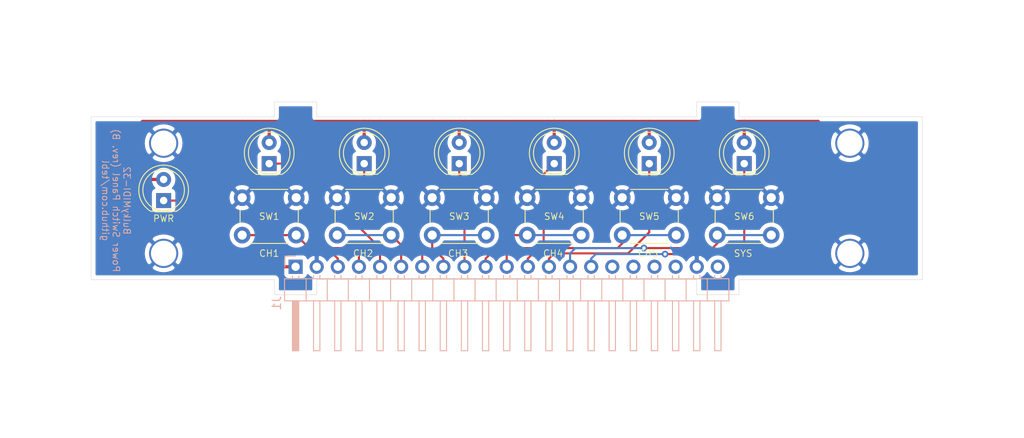
<source format=kicad_pcb>
(kicad_pcb (version 20171130) (host pcbnew "(5.1.8)-1")

  (general
    (thickness 1.6)
    (drawings 24)
    (tracks 108)
    (zones 0)
    (modules 18)
    (nets 16)
  )

  (page A4)
  (layers
    (0 F.Cu signal)
    (31 B.Cu signal)
    (32 B.Adhes user)
    (33 F.Adhes user)
    (34 B.Paste user)
    (35 F.Paste user)
    (36 B.SilkS user)
    (37 F.SilkS user)
    (38 B.Mask user)
    (39 F.Mask user)
    (40 Dwgs.User user)
    (41 Cmts.User user)
    (42 Eco1.User user)
    (43 Eco2.User user)
    (44 Edge.Cuts user)
    (45 Margin user)
    (46 B.CrtYd user)
    (47 F.CrtYd user)
    (48 B.Fab user hide)
    (49 F.Fab user)
  )

  (setup
    (last_trace_width 0.25)
    (trace_clearance 0.2)
    (zone_clearance 0.508)
    (zone_45_only no)
    (trace_min 0.2)
    (via_size 0.8)
    (via_drill 0.4)
    (via_min_size 0.4)
    (via_min_drill 0.3)
    (uvia_size 0.3)
    (uvia_drill 0.1)
    (uvias_allowed no)
    (uvia_min_size 0.2)
    (uvia_min_drill 0.1)
    (edge_width 0.05)
    (segment_width 0.2)
    (pcb_text_width 0.3)
    (pcb_text_size 1.5 1.5)
    (mod_edge_width 0.12)
    (mod_text_size 1 1)
    (mod_text_width 0.15)
    (pad_size 1.524 1.524)
    (pad_drill 0.762)
    (pad_to_mask_clearance 0)
    (aux_axis_origin 0 0)
    (grid_origin 141.09 121.579)
    (visible_elements 7FFFFFFF)
    (pcbplotparams
      (layerselection 0x011fc_ffffffff)
      (usegerberextensions true)
      (usegerberattributes false)
      (usegerberadvancedattributes false)
      (creategerberjobfile false)
      (excludeedgelayer true)
      (linewidth 0.100000)
      (plotframeref false)
      (viasonmask false)
      (mode 1)
      (useauxorigin false)
      (hpglpennumber 1)
      (hpglpenspeed 20)
      (hpglpendiameter 15.000000)
      (psnegative false)
      (psa4output false)
      (plotreference true)
      (plotvalue true)
      (plotinvisibletext false)
      (padsonsilk false)
      (subtractmaskfromsilk false)
      (outputformat 1)
      (mirror false)
      (drillshape 0)
      (scaleselection 1)
      (outputdirectory "export/"))
  )

  (net 0 "")
  (net 1 GND)
  (net 2 VCC)
  (net 3 /LED1)
  (net 4 /LED2)
  (net 5 /LED3)
  (net 6 /LED4)
  (net 7 /LED5)
  (net 8 /PWR)
  (net 9 /SW1)
  (net 10 /SW2)
  (net 11 /SW3)
  (net 12 /SW4)
  (net 13 /SW5)
  (net 14 /SW6)
  (net 15 /SYS)

  (net_class Default "This is the default net class."
    (clearance 0.2)
    (trace_width 0.25)
    (via_dia 0.8)
    (via_drill 0.4)
    (uvia_dia 0.3)
    (uvia_drill 0.1)
    (add_net /LED1)
    (add_net /LED2)
    (add_net /LED3)
    (add_net /LED4)
    (add_net /LED5)
    (add_net /PWR)
    (add_net /SW1)
    (add_net /SW2)
    (add_net /SW3)
    (add_net /SW4)
    (add_net /SW5)
    (add_net /SW6)
    (add_net /SYS)
  )

  (net_class PWR ""
    (clearance 0.2)
    (trace_width 0.381)
    (via_dia 0.8)
    (via_drill 0.4)
    (uvia_dia 0.3)
    (uvia_drill 0.1)
    (add_net GND)
    (add_net VCC)
  )

  (module switch_cutout:SW_PUSH_6mm (layer F.Cu) (tedit 601DD404) (tstamp 62CD2521)
    (at 112.515 124.754)
    (descr https://www.omron.com/ecb/products/pdf/en-b3f.pdf)
    (tags "tact sw push 6mm")
    (path /62CDB5FB)
    (fp_text reference SW1 (at 0 -4.79) (layer F.SilkS) hide
      (effects (font (size 0.8 0.8) (thickness 0.1)))
    )
    (fp_text value CH1 (at 0 4.445) (layer F.SilkS)
      (effects (font (size 0.8 0.8) (thickness 0.1)))
    )
    (fp_line (start 0 -3) (end 3 -3) (layer F.Fab) (width 0.1))
    (fp_line (start 3 -3) (end 3 3) (layer F.Fab) (width 0.1))
    (fp_line (start 3 3) (end -3 3) (layer F.Fab) (width 0.1))
    (fp_line (start -3 3) (end -3 -3) (layer F.Fab) (width 0.1))
    (fp_line (start -3 -3) (end 0 -3) (layer F.Fab) (width 0.1))
    (fp_line (start 4.5 3.75) (end 4.75 3.75) (layer F.CrtYd) (width 0.05))
    (fp_line (start 4.75 3.75) (end 4.75 3.5) (layer F.CrtYd) (width 0.05))
    (fp_line (start 4.5 -3.75) (end 4.75 -3.75) (layer F.CrtYd) (width 0.05))
    (fp_line (start 4.75 -3.75) (end 4.75 -3.5) (layer F.CrtYd) (width 0.05))
    (fp_line (start -4.75 -3.5) (end -4.75 -3.75) (layer F.CrtYd) (width 0.05))
    (fp_line (start -4.75 -3.75) (end -4.5 -3.75) (layer F.CrtYd) (width 0.05))
    (fp_line (start -4.75 3.5) (end -4.75 3.75) (layer F.CrtYd) (width 0.05))
    (fp_line (start -4.75 3.75) (end -4.5 3.75) (layer F.CrtYd) (width 0.05))
    (fp_line (start -4.5 -3.75) (end 4.5 -3.75) (layer F.CrtYd) (width 0.05))
    (fp_line (start -4.75 3.5) (end -4.75 -3.5) (layer F.CrtYd) (width 0.05))
    (fp_line (start 4.5 3.75) (end -4.5 3.75) (layer F.CrtYd) (width 0.05))
    (fp_line (start 4.75 -3.5) (end 4.75 3.5) (layer F.CrtYd) (width 0.05))
    (fp_line (start -2.25 3.25) (end 2.25 3.25) (layer F.SilkS) (width 0.12))
    (fp_line (start -3.5 -0.75) (end -3.5 0.75) (layer F.SilkS) (width 0.12))
    (fp_line (start 2.25 -3.25) (end -2.25 -3.25) (layer F.SilkS) (width 0.12))
    (fp_line (start 3.5 0.75) (end 3.5 -0.75) (layer F.SilkS) (width 0.12))
    (fp_circle (center 0 0) (end -2 0.25) (layer F.Fab) (width 0.1))
    (fp_text user %R (at 0 0) (layer F.SilkS)
      (effects (font (size 0.8 0.8) (thickness 0.1)))
    )
    (pad 2 thru_hole circle (at -3.25 2.25 90) (size 2 2) (drill 1.1) (layers *.Cu *.Mask)
      (net 9 /SW1))
    (pad 1 thru_hole circle (at -3.25 -2.25 90) (size 2 2) (drill 1.1) (layers *.Cu *.Mask)
      (net 1 GND))
    (pad 2 thru_hole circle (at 3.25 2.25 90) (size 2 2) (drill 1.1) (layers *.Cu *.Mask)
      (net 9 /SW1))
    (pad 1 thru_hole circle (at 3.25 -2.25 90) (size 2 2) (drill 1.1) (layers *.Cu *.Mask)
      (net 1 GND))
    (model ${KISYS3DMOD}/Button_Switch_THT.3dshapes/SW_PUSH_6mm.wrl
      (offset (xyz -3 2.25 0))
      (scale (xyz 1 1 1))
      (rotate (xyz 0 0 0))
    )
  )

  (module Connector_PinHeader_2.54mm:PinHeader_1x21_P2.54mm_Horizontal locked (layer B.Cu) (tedit 59FED5CB) (tstamp 6282A785)
    (at 115.69 130.81 270)
    (descr "Through hole angled pin header, 1x21, 2.54mm pitch, 6mm pin length, single row")
    (tags "Through hole angled pin header THT 1x21 2.54mm single row")
    (path /62825997)
    (fp_text reference J1 (at 4.385 2.27 270) (layer B.SilkS)
      (effects (font (size 1 1) (thickness 0.15)) (justify mirror))
    )
    (fp_text value "Switch Panel" (at 4.385 -53.07 270) (layer B.Fab)
      (effects (font (size 1 1) (thickness 0.15)) (justify mirror))
    )
    (fp_line (start 2.135 1.27) (end 4.04 1.27) (layer B.Fab) (width 0.1))
    (fp_line (start 4.04 1.27) (end 4.04 -52.07) (layer B.Fab) (width 0.1))
    (fp_line (start 4.04 -52.07) (end 1.5 -52.07) (layer B.Fab) (width 0.1))
    (fp_line (start 1.5 -52.07) (end 1.5 0.635) (layer B.Fab) (width 0.1))
    (fp_line (start 1.5 0.635) (end 2.135 1.27) (layer B.Fab) (width 0.1))
    (fp_line (start -0.32 0.32) (end 1.5 0.32) (layer B.Fab) (width 0.1))
    (fp_line (start -0.32 0.32) (end -0.32 -0.32) (layer B.Fab) (width 0.1))
    (fp_line (start -0.32 -0.32) (end 1.5 -0.32) (layer B.Fab) (width 0.1))
    (fp_line (start 4.04 0.32) (end 10.04 0.32) (layer B.Fab) (width 0.1))
    (fp_line (start 10.04 0.32) (end 10.04 -0.32) (layer B.Fab) (width 0.1))
    (fp_line (start 4.04 -0.32) (end 10.04 -0.32) (layer B.Fab) (width 0.1))
    (fp_line (start -0.32 -2.22) (end 1.5 -2.22) (layer B.Fab) (width 0.1))
    (fp_line (start -0.32 -2.22) (end -0.32 -2.86) (layer B.Fab) (width 0.1))
    (fp_line (start -0.32 -2.86) (end 1.5 -2.86) (layer B.Fab) (width 0.1))
    (fp_line (start 4.04 -2.22) (end 10.04 -2.22) (layer B.Fab) (width 0.1))
    (fp_line (start 10.04 -2.22) (end 10.04 -2.86) (layer B.Fab) (width 0.1))
    (fp_line (start 4.04 -2.86) (end 10.04 -2.86) (layer B.Fab) (width 0.1))
    (fp_line (start -0.32 -4.76) (end 1.5 -4.76) (layer B.Fab) (width 0.1))
    (fp_line (start -0.32 -4.76) (end -0.32 -5.4) (layer B.Fab) (width 0.1))
    (fp_line (start -0.32 -5.4) (end 1.5 -5.4) (layer B.Fab) (width 0.1))
    (fp_line (start 4.04 -4.76) (end 10.04 -4.76) (layer B.Fab) (width 0.1))
    (fp_line (start 10.04 -4.76) (end 10.04 -5.4) (layer B.Fab) (width 0.1))
    (fp_line (start 4.04 -5.4) (end 10.04 -5.4) (layer B.Fab) (width 0.1))
    (fp_line (start -0.32 -7.3) (end 1.5 -7.3) (layer B.Fab) (width 0.1))
    (fp_line (start -0.32 -7.3) (end -0.32 -7.94) (layer B.Fab) (width 0.1))
    (fp_line (start -0.32 -7.94) (end 1.5 -7.94) (layer B.Fab) (width 0.1))
    (fp_line (start 4.04 -7.3) (end 10.04 -7.3) (layer B.Fab) (width 0.1))
    (fp_line (start 10.04 -7.3) (end 10.04 -7.94) (layer B.Fab) (width 0.1))
    (fp_line (start 4.04 -7.94) (end 10.04 -7.94) (layer B.Fab) (width 0.1))
    (fp_line (start -0.32 -9.84) (end 1.5 -9.84) (layer B.Fab) (width 0.1))
    (fp_line (start -0.32 -9.84) (end -0.32 -10.48) (layer B.Fab) (width 0.1))
    (fp_line (start -0.32 -10.48) (end 1.5 -10.48) (layer B.Fab) (width 0.1))
    (fp_line (start 4.04 -9.84) (end 10.04 -9.84) (layer B.Fab) (width 0.1))
    (fp_line (start 10.04 -9.84) (end 10.04 -10.48) (layer B.Fab) (width 0.1))
    (fp_line (start 4.04 -10.48) (end 10.04 -10.48) (layer B.Fab) (width 0.1))
    (fp_line (start -0.32 -12.38) (end 1.5 -12.38) (layer B.Fab) (width 0.1))
    (fp_line (start -0.32 -12.38) (end -0.32 -13.02) (layer B.Fab) (width 0.1))
    (fp_line (start -0.32 -13.02) (end 1.5 -13.02) (layer B.Fab) (width 0.1))
    (fp_line (start 4.04 -12.38) (end 10.04 -12.38) (layer B.Fab) (width 0.1))
    (fp_line (start 10.04 -12.38) (end 10.04 -13.02) (layer B.Fab) (width 0.1))
    (fp_line (start 4.04 -13.02) (end 10.04 -13.02) (layer B.Fab) (width 0.1))
    (fp_line (start -0.32 -14.92) (end 1.5 -14.92) (layer B.Fab) (width 0.1))
    (fp_line (start -0.32 -14.92) (end -0.32 -15.56) (layer B.Fab) (width 0.1))
    (fp_line (start -0.32 -15.56) (end 1.5 -15.56) (layer B.Fab) (width 0.1))
    (fp_line (start 4.04 -14.92) (end 10.04 -14.92) (layer B.Fab) (width 0.1))
    (fp_line (start 10.04 -14.92) (end 10.04 -15.56) (layer B.Fab) (width 0.1))
    (fp_line (start 4.04 -15.56) (end 10.04 -15.56) (layer B.Fab) (width 0.1))
    (fp_line (start -0.32 -17.46) (end 1.5 -17.46) (layer B.Fab) (width 0.1))
    (fp_line (start -0.32 -17.46) (end -0.32 -18.1) (layer B.Fab) (width 0.1))
    (fp_line (start -0.32 -18.1) (end 1.5 -18.1) (layer B.Fab) (width 0.1))
    (fp_line (start 4.04 -17.46) (end 10.04 -17.46) (layer B.Fab) (width 0.1))
    (fp_line (start 10.04 -17.46) (end 10.04 -18.1) (layer B.Fab) (width 0.1))
    (fp_line (start 4.04 -18.1) (end 10.04 -18.1) (layer B.Fab) (width 0.1))
    (fp_line (start -0.32 -20) (end 1.5 -20) (layer B.Fab) (width 0.1))
    (fp_line (start -0.32 -20) (end -0.32 -20.64) (layer B.Fab) (width 0.1))
    (fp_line (start -0.32 -20.64) (end 1.5 -20.64) (layer B.Fab) (width 0.1))
    (fp_line (start 4.04 -20) (end 10.04 -20) (layer B.Fab) (width 0.1))
    (fp_line (start 10.04 -20) (end 10.04 -20.64) (layer B.Fab) (width 0.1))
    (fp_line (start 4.04 -20.64) (end 10.04 -20.64) (layer B.Fab) (width 0.1))
    (fp_line (start -0.32 -22.54) (end 1.5 -22.54) (layer B.Fab) (width 0.1))
    (fp_line (start -0.32 -22.54) (end -0.32 -23.18) (layer B.Fab) (width 0.1))
    (fp_line (start -0.32 -23.18) (end 1.5 -23.18) (layer B.Fab) (width 0.1))
    (fp_line (start 4.04 -22.54) (end 10.04 -22.54) (layer B.Fab) (width 0.1))
    (fp_line (start 10.04 -22.54) (end 10.04 -23.18) (layer B.Fab) (width 0.1))
    (fp_line (start 4.04 -23.18) (end 10.04 -23.18) (layer B.Fab) (width 0.1))
    (fp_line (start -0.32 -25.08) (end 1.5 -25.08) (layer B.Fab) (width 0.1))
    (fp_line (start -0.32 -25.08) (end -0.32 -25.72) (layer B.Fab) (width 0.1))
    (fp_line (start -0.32 -25.72) (end 1.5 -25.72) (layer B.Fab) (width 0.1))
    (fp_line (start 4.04 -25.08) (end 10.04 -25.08) (layer B.Fab) (width 0.1))
    (fp_line (start 10.04 -25.08) (end 10.04 -25.72) (layer B.Fab) (width 0.1))
    (fp_line (start 4.04 -25.72) (end 10.04 -25.72) (layer B.Fab) (width 0.1))
    (fp_line (start -0.32 -27.62) (end 1.5 -27.62) (layer B.Fab) (width 0.1))
    (fp_line (start -0.32 -27.62) (end -0.32 -28.26) (layer B.Fab) (width 0.1))
    (fp_line (start -0.32 -28.26) (end 1.5 -28.26) (layer B.Fab) (width 0.1))
    (fp_line (start 4.04 -27.62) (end 10.04 -27.62) (layer B.Fab) (width 0.1))
    (fp_line (start 10.04 -27.62) (end 10.04 -28.26) (layer B.Fab) (width 0.1))
    (fp_line (start 4.04 -28.26) (end 10.04 -28.26) (layer B.Fab) (width 0.1))
    (fp_line (start -0.32 -30.16) (end 1.5 -30.16) (layer B.Fab) (width 0.1))
    (fp_line (start -0.32 -30.16) (end -0.32 -30.8) (layer B.Fab) (width 0.1))
    (fp_line (start -0.32 -30.8) (end 1.5 -30.8) (layer B.Fab) (width 0.1))
    (fp_line (start 4.04 -30.16) (end 10.04 -30.16) (layer B.Fab) (width 0.1))
    (fp_line (start 10.04 -30.16) (end 10.04 -30.8) (layer B.Fab) (width 0.1))
    (fp_line (start 4.04 -30.8) (end 10.04 -30.8) (layer B.Fab) (width 0.1))
    (fp_line (start -0.32 -32.7) (end 1.5 -32.7) (layer B.Fab) (width 0.1))
    (fp_line (start -0.32 -32.7) (end -0.32 -33.34) (layer B.Fab) (width 0.1))
    (fp_line (start -0.32 -33.34) (end 1.5 -33.34) (layer B.Fab) (width 0.1))
    (fp_line (start 4.04 -32.7) (end 10.04 -32.7) (layer B.Fab) (width 0.1))
    (fp_line (start 10.04 -32.7) (end 10.04 -33.34) (layer B.Fab) (width 0.1))
    (fp_line (start 4.04 -33.34) (end 10.04 -33.34) (layer B.Fab) (width 0.1))
    (fp_line (start -0.32 -35.24) (end 1.5 -35.24) (layer B.Fab) (width 0.1))
    (fp_line (start -0.32 -35.24) (end -0.32 -35.88) (layer B.Fab) (width 0.1))
    (fp_line (start -0.32 -35.88) (end 1.5 -35.88) (layer B.Fab) (width 0.1))
    (fp_line (start 4.04 -35.24) (end 10.04 -35.24) (layer B.Fab) (width 0.1))
    (fp_line (start 10.04 -35.24) (end 10.04 -35.88) (layer B.Fab) (width 0.1))
    (fp_line (start 4.04 -35.88) (end 10.04 -35.88) (layer B.Fab) (width 0.1))
    (fp_line (start -0.32 -37.78) (end 1.5 -37.78) (layer B.Fab) (width 0.1))
    (fp_line (start -0.32 -37.78) (end -0.32 -38.42) (layer B.Fab) (width 0.1))
    (fp_line (start -0.32 -38.42) (end 1.5 -38.42) (layer B.Fab) (width 0.1))
    (fp_line (start 4.04 -37.78) (end 10.04 -37.78) (layer B.Fab) (width 0.1))
    (fp_line (start 10.04 -37.78) (end 10.04 -38.42) (layer B.Fab) (width 0.1))
    (fp_line (start 4.04 -38.42) (end 10.04 -38.42) (layer B.Fab) (width 0.1))
    (fp_line (start -0.32 -40.32) (end 1.5 -40.32) (layer B.Fab) (width 0.1))
    (fp_line (start -0.32 -40.32) (end -0.32 -40.96) (layer B.Fab) (width 0.1))
    (fp_line (start -0.32 -40.96) (end 1.5 -40.96) (layer B.Fab) (width 0.1))
    (fp_line (start 4.04 -40.32) (end 10.04 -40.32) (layer B.Fab) (width 0.1))
    (fp_line (start 10.04 -40.32) (end 10.04 -40.96) (layer B.Fab) (width 0.1))
    (fp_line (start 4.04 -40.96) (end 10.04 -40.96) (layer B.Fab) (width 0.1))
    (fp_line (start -0.32 -42.86) (end 1.5 -42.86) (layer B.Fab) (width 0.1))
    (fp_line (start -0.32 -42.86) (end -0.32 -43.5) (layer B.Fab) (width 0.1))
    (fp_line (start -0.32 -43.5) (end 1.5 -43.5) (layer B.Fab) (width 0.1))
    (fp_line (start 4.04 -42.86) (end 10.04 -42.86) (layer B.Fab) (width 0.1))
    (fp_line (start 10.04 -42.86) (end 10.04 -43.5) (layer B.Fab) (width 0.1))
    (fp_line (start 4.04 -43.5) (end 10.04 -43.5) (layer B.Fab) (width 0.1))
    (fp_line (start -0.32 -45.4) (end 1.5 -45.4) (layer B.Fab) (width 0.1))
    (fp_line (start -0.32 -45.4) (end -0.32 -46.04) (layer B.Fab) (width 0.1))
    (fp_line (start -0.32 -46.04) (end 1.5 -46.04) (layer B.Fab) (width 0.1))
    (fp_line (start 4.04 -45.4) (end 10.04 -45.4) (layer B.Fab) (width 0.1))
    (fp_line (start 10.04 -45.4) (end 10.04 -46.04) (layer B.Fab) (width 0.1))
    (fp_line (start 4.04 -46.04) (end 10.04 -46.04) (layer B.Fab) (width 0.1))
    (fp_line (start -0.32 -47.94) (end 1.5 -47.94) (layer B.Fab) (width 0.1))
    (fp_line (start -0.32 -47.94) (end -0.32 -48.58) (layer B.Fab) (width 0.1))
    (fp_line (start -0.32 -48.58) (end 1.5 -48.58) (layer B.Fab) (width 0.1))
    (fp_line (start 4.04 -47.94) (end 10.04 -47.94) (layer B.Fab) (width 0.1))
    (fp_line (start 10.04 -47.94) (end 10.04 -48.58) (layer B.Fab) (width 0.1))
    (fp_line (start 4.04 -48.58) (end 10.04 -48.58) (layer B.Fab) (width 0.1))
    (fp_line (start -0.32 -50.48) (end 1.5 -50.48) (layer B.Fab) (width 0.1))
    (fp_line (start -0.32 -50.48) (end -0.32 -51.12) (layer B.Fab) (width 0.1))
    (fp_line (start -0.32 -51.12) (end 1.5 -51.12) (layer B.Fab) (width 0.1))
    (fp_line (start 4.04 -50.48) (end 10.04 -50.48) (layer B.Fab) (width 0.1))
    (fp_line (start 10.04 -50.48) (end 10.04 -51.12) (layer B.Fab) (width 0.1))
    (fp_line (start 4.04 -51.12) (end 10.04 -51.12) (layer B.Fab) (width 0.1))
    (fp_line (start 1.44 1.33) (end 1.44 -52.13) (layer B.SilkS) (width 0.12))
    (fp_line (start 1.44 -52.13) (end 4.1 -52.13) (layer B.SilkS) (width 0.12))
    (fp_line (start 4.1 -52.13) (end 4.1 1.33) (layer B.SilkS) (width 0.12))
    (fp_line (start 4.1 1.33) (end 1.44 1.33) (layer B.SilkS) (width 0.12))
    (fp_line (start 4.1 0.38) (end 10.1 0.38) (layer B.SilkS) (width 0.12))
    (fp_line (start 10.1 0.38) (end 10.1 -0.38) (layer B.SilkS) (width 0.12))
    (fp_line (start 10.1 -0.38) (end 4.1 -0.38) (layer B.SilkS) (width 0.12))
    (fp_line (start 4.1 0.32) (end 10.1 0.32) (layer B.SilkS) (width 0.12))
    (fp_line (start 4.1 0.2) (end 10.1 0.2) (layer B.SilkS) (width 0.12))
    (fp_line (start 4.1 0.08) (end 10.1 0.08) (layer B.SilkS) (width 0.12))
    (fp_line (start 4.1 -0.04) (end 10.1 -0.04) (layer B.SilkS) (width 0.12))
    (fp_line (start 4.1 -0.16) (end 10.1 -0.16) (layer B.SilkS) (width 0.12))
    (fp_line (start 4.1 -0.28) (end 10.1 -0.28) (layer B.SilkS) (width 0.12))
    (fp_line (start 1.11 0.38) (end 1.44 0.38) (layer B.SilkS) (width 0.12))
    (fp_line (start 1.11 -0.38) (end 1.44 -0.38) (layer B.SilkS) (width 0.12))
    (fp_line (start 1.44 -1.27) (end 4.1 -1.27) (layer B.SilkS) (width 0.12))
    (fp_line (start 4.1 -2.16) (end 10.1 -2.16) (layer B.SilkS) (width 0.12))
    (fp_line (start 10.1 -2.16) (end 10.1 -2.92) (layer B.SilkS) (width 0.12))
    (fp_line (start 10.1 -2.92) (end 4.1 -2.92) (layer B.SilkS) (width 0.12))
    (fp_line (start 1.042929 -2.16) (end 1.44 -2.16) (layer B.SilkS) (width 0.12))
    (fp_line (start 1.042929 -2.92) (end 1.44 -2.92) (layer B.SilkS) (width 0.12))
    (fp_line (start 1.44 -3.81) (end 4.1 -3.81) (layer B.SilkS) (width 0.12))
    (fp_line (start 4.1 -4.7) (end 10.1 -4.7) (layer B.SilkS) (width 0.12))
    (fp_line (start 10.1 -4.7) (end 10.1 -5.46) (layer B.SilkS) (width 0.12))
    (fp_line (start 10.1 -5.46) (end 4.1 -5.46) (layer B.SilkS) (width 0.12))
    (fp_line (start 1.042929 -4.7) (end 1.44 -4.7) (layer B.SilkS) (width 0.12))
    (fp_line (start 1.042929 -5.46) (end 1.44 -5.46) (layer B.SilkS) (width 0.12))
    (fp_line (start 1.44 -6.35) (end 4.1 -6.35) (layer B.SilkS) (width 0.12))
    (fp_line (start 4.1 -7.24) (end 10.1 -7.24) (layer B.SilkS) (width 0.12))
    (fp_line (start 10.1 -7.24) (end 10.1 -8) (layer B.SilkS) (width 0.12))
    (fp_line (start 10.1 -8) (end 4.1 -8) (layer B.SilkS) (width 0.12))
    (fp_line (start 1.042929 -7.24) (end 1.44 -7.24) (layer B.SilkS) (width 0.12))
    (fp_line (start 1.042929 -8) (end 1.44 -8) (layer B.SilkS) (width 0.12))
    (fp_line (start 1.44 -8.89) (end 4.1 -8.89) (layer B.SilkS) (width 0.12))
    (fp_line (start 4.1 -9.78) (end 10.1 -9.78) (layer B.SilkS) (width 0.12))
    (fp_line (start 10.1 -9.78) (end 10.1 -10.54) (layer B.SilkS) (width 0.12))
    (fp_line (start 10.1 -10.54) (end 4.1 -10.54) (layer B.SilkS) (width 0.12))
    (fp_line (start 1.042929 -9.78) (end 1.44 -9.78) (layer B.SilkS) (width 0.12))
    (fp_line (start 1.042929 -10.54) (end 1.44 -10.54) (layer B.SilkS) (width 0.12))
    (fp_line (start 1.44 -11.43) (end 4.1 -11.43) (layer B.SilkS) (width 0.12))
    (fp_line (start 4.1 -12.32) (end 10.1 -12.32) (layer B.SilkS) (width 0.12))
    (fp_line (start 10.1 -12.32) (end 10.1 -13.08) (layer B.SilkS) (width 0.12))
    (fp_line (start 10.1 -13.08) (end 4.1 -13.08) (layer B.SilkS) (width 0.12))
    (fp_line (start 1.042929 -12.32) (end 1.44 -12.32) (layer B.SilkS) (width 0.12))
    (fp_line (start 1.042929 -13.08) (end 1.44 -13.08) (layer B.SilkS) (width 0.12))
    (fp_line (start 1.44 -13.97) (end 4.1 -13.97) (layer B.SilkS) (width 0.12))
    (fp_line (start 4.1 -14.86) (end 10.1 -14.86) (layer B.SilkS) (width 0.12))
    (fp_line (start 10.1 -14.86) (end 10.1 -15.62) (layer B.SilkS) (width 0.12))
    (fp_line (start 10.1 -15.62) (end 4.1 -15.62) (layer B.SilkS) (width 0.12))
    (fp_line (start 1.042929 -14.86) (end 1.44 -14.86) (layer B.SilkS) (width 0.12))
    (fp_line (start 1.042929 -15.62) (end 1.44 -15.62) (layer B.SilkS) (width 0.12))
    (fp_line (start 1.44 -16.51) (end 4.1 -16.51) (layer B.SilkS) (width 0.12))
    (fp_line (start 4.1 -17.4) (end 10.1 -17.4) (layer B.SilkS) (width 0.12))
    (fp_line (start 10.1 -17.4) (end 10.1 -18.16) (layer B.SilkS) (width 0.12))
    (fp_line (start 10.1 -18.16) (end 4.1 -18.16) (layer B.SilkS) (width 0.12))
    (fp_line (start 1.042929 -17.4) (end 1.44 -17.4) (layer B.SilkS) (width 0.12))
    (fp_line (start 1.042929 -18.16) (end 1.44 -18.16) (layer B.SilkS) (width 0.12))
    (fp_line (start 1.44 -19.05) (end 4.1 -19.05) (layer B.SilkS) (width 0.12))
    (fp_line (start 4.1 -19.94) (end 10.1 -19.94) (layer B.SilkS) (width 0.12))
    (fp_line (start 10.1 -19.94) (end 10.1 -20.7) (layer B.SilkS) (width 0.12))
    (fp_line (start 10.1 -20.7) (end 4.1 -20.7) (layer B.SilkS) (width 0.12))
    (fp_line (start 1.042929 -19.94) (end 1.44 -19.94) (layer B.SilkS) (width 0.12))
    (fp_line (start 1.042929 -20.7) (end 1.44 -20.7) (layer B.SilkS) (width 0.12))
    (fp_line (start 1.44 -21.59) (end 4.1 -21.59) (layer B.SilkS) (width 0.12))
    (fp_line (start 4.1 -22.48) (end 10.1 -22.48) (layer B.SilkS) (width 0.12))
    (fp_line (start 10.1 -22.48) (end 10.1 -23.24) (layer B.SilkS) (width 0.12))
    (fp_line (start 10.1 -23.24) (end 4.1 -23.24) (layer B.SilkS) (width 0.12))
    (fp_line (start 1.042929 -22.48) (end 1.44 -22.48) (layer B.SilkS) (width 0.12))
    (fp_line (start 1.042929 -23.24) (end 1.44 -23.24) (layer B.SilkS) (width 0.12))
    (fp_line (start 1.44 -24.13) (end 4.1 -24.13) (layer B.SilkS) (width 0.12))
    (fp_line (start 4.1 -25.02) (end 10.1 -25.02) (layer B.SilkS) (width 0.12))
    (fp_line (start 10.1 -25.02) (end 10.1 -25.78) (layer B.SilkS) (width 0.12))
    (fp_line (start 10.1 -25.78) (end 4.1 -25.78) (layer B.SilkS) (width 0.12))
    (fp_line (start 1.042929 -25.02) (end 1.44 -25.02) (layer B.SilkS) (width 0.12))
    (fp_line (start 1.042929 -25.78) (end 1.44 -25.78) (layer B.SilkS) (width 0.12))
    (fp_line (start 1.44 -26.67) (end 4.1 -26.67) (layer B.SilkS) (width 0.12))
    (fp_line (start 4.1 -27.56) (end 10.1 -27.56) (layer B.SilkS) (width 0.12))
    (fp_line (start 10.1 -27.56) (end 10.1 -28.32) (layer B.SilkS) (width 0.12))
    (fp_line (start 10.1 -28.32) (end 4.1 -28.32) (layer B.SilkS) (width 0.12))
    (fp_line (start 1.042929 -27.56) (end 1.44 -27.56) (layer B.SilkS) (width 0.12))
    (fp_line (start 1.042929 -28.32) (end 1.44 -28.32) (layer B.SilkS) (width 0.12))
    (fp_line (start 1.44 -29.21) (end 4.1 -29.21) (layer B.SilkS) (width 0.12))
    (fp_line (start 4.1 -30.1) (end 10.1 -30.1) (layer B.SilkS) (width 0.12))
    (fp_line (start 10.1 -30.1) (end 10.1 -30.86) (layer B.SilkS) (width 0.12))
    (fp_line (start 10.1 -30.86) (end 4.1 -30.86) (layer B.SilkS) (width 0.12))
    (fp_line (start 1.042929 -30.1) (end 1.44 -30.1) (layer B.SilkS) (width 0.12))
    (fp_line (start 1.042929 -30.86) (end 1.44 -30.86) (layer B.SilkS) (width 0.12))
    (fp_line (start 1.44 -31.75) (end 4.1 -31.75) (layer B.SilkS) (width 0.12))
    (fp_line (start 4.1 -32.64) (end 10.1 -32.64) (layer B.SilkS) (width 0.12))
    (fp_line (start 10.1 -32.64) (end 10.1 -33.4) (layer B.SilkS) (width 0.12))
    (fp_line (start 10.1 -33.4) (end 4.1 -33.4) (layer B.SilkS) (width 0.12))
    (fp_line (start 1.042929 -32.64) (end 1.44 -32.64) (layer B.SilkS) (width 0.12))
    (fp_line (start 1.042929 -33.4) (end 1.44 -33.4) (layer B.SilkS) (width 0.12))
    (fp_line (start 1.44 -34.29) (end 4.1 -34.29) (layer B.SilkS) (width 0.12))
    (fp_line (start 4.1 -35.18) (end 10.1 -35.18) (layer B.SilkS) (width 0.12))
    (fp_line (start 10.1 -35.18) (end 10.1 -35.94) (layer B.SilkS) (width 0.12))
    (fp_line (start 10.1 -35.94) (end 4.1 -35.94) (layer B.SilkS) (width 0.12))
    (fp_line (start 1.042929 -35.18) (end 1.44 -35.18) (layer B.SilkS) (width 0.12))
    (fp_line (start 1.042929 -35.94) (end 1.44 -35.94) (layer B.SilkS) (width 0.12))
    (fp_line (start 1.44 -36.83) (end 4.1 -36.83) (layer B.SilkS) (width 0.12))
    (fp_line (start 4.1 -37.72) (end 10.1 -37.72) (layer B.SilkS) (width 0.12))
    (fp_line (start 10.1 -37.72) (end 10.1 -38.48) (layer B.SilkS) (width 0.12))
    (fp_line (start 10.1 -38.48) (end 4.1 -38.48) (layer B.SilkS) (width 0.12))
    (fp_line (start 1.042929 -37.72) (end 1.44 -37.72) (layer B.SilkS) (width 0.12))
    (fp_line (start 1.042929 -38.48) (end 1.44 -38.48) (layer B.SilkS) (width 0.12))
    (fp_line (start 1.44 -39.37) (end 4.1 -39.37) (layer B.SilkS) (width 0.12))
    (fp_line (start 4.1 -40.26) (end 10.1 -40.26) (layer B.SilkS) (width 0.12))
    (fp_line (start 10.1 -40.26) (end 10.1 -41.02) (layer B.SilkS) (width 0.12))
    (fp_line (start 10.1 -41.02) (end 4.1 -41.02) (layer B.SilkS) (width 0.12))
    (fp_line (start 1.042929 -40.26) (end 1.44 -40.26) (layer B.SilkS) (width 0.12))
    (fp_line (start 1.042929 -41.02) (end 1.44 -41.02) (layer B.SilkS) (width 0.12))
    (fp_line (start 1.44 -41.91) (end 4.1 -41.91) (layer B.SilkS) (width 0.12))
    (fp_line (start 4.1 -42.8) (end 10.1 -42.8) (layer B.SilkS) (width 0.12))
    (fp_line (start 10.1 -42.8) (end 10.1 -43.56) (layer B.SilkS) (width 0.12))
    (fp_line (start 10.1 -43.56) (end 4.1 -43.56) (layer B.SilkS) (width 0.12))
    (fp_line (start 1.042929 -42.8) (end 1.44 -42.8) (layer B.SilkS) (width 0.12))
    (fp_line (start 1.042929 -43.56) (end 1.44 -43.56) (layer B.SilkS) (width 0.12))
    (fp_line (start 1.44 -44.45) (end 4.1 -44.45) (layer B.SilkS) (width 0.12))
    (fp_line (start 4.1 -45.34) (end 10.1 -45.34) (layer B.SilkS) (width 0.12))
    (fp_line (start 10.1 -45.34) (end 10.1 -46.1) (layer B.SilkS) (width 0.12))
    (fp_line (start 10.1 -46.1) (end 4.1 -46.1) (layer B.SilkS) (width 0.12))
    (fp_line (start 1.042929 -45.34) (end 1.44 -45.34) (layer B.SilkS) (width 0.12))
    (fp_line (start 1.042929 -46.1) (end 1.44 -46.1) (layer B.SilkS) (width 0.12))
    (fp_line (start 1.44 -46.99) (end 4.1 -46.99) (layer B.SilkS) (width 0.12))
    (fp_line (start 4.1 -47.88) (end 10.1 -47.88) (layer B.SilkS) (width 0.12))
    (fp_line (start 10.1 -47.88) (end 10.1 -48.64) (layer B.SilkS) (width 0.12))
    (fp_line (start 10.1 -48.64) (end 4.1 -48.64) (layer B.SilkS) (width 0.12))
    (fp_line (start 1.042929 -47.88) (end 1.44 -47.88) (layer B.SilkS) (width 0.12))
    (fp_line (start 1.042929 -48.64) (end 1.44 -48.64) (layer B.SilkS) (width 0.12))
    (fp_line (start 1.44 -49.53) (end 4.1 -49.53) (layer B.SilkS) (width 0.12))
    (fp_line (start 4.1 -50.42) (end 10.1 -50.42) (layer B.SilkS) (width 0.12))
    (fp_line (start 10.1 -50.42) (end 10.1 -51.18) (layer B.SilkS) (width 0.12))
    (fp_line (start 10.1 -51.18) (end 4.1 -51.18) (layer B.SilkS) (width 0.12))
    (fp_line (start 1.042929 -50.42) (end 1.44 -50.42) (layer B.SilkS) (width 0.12))
    (fp_line (start 1.042929 -51.18) (end 1.44 -51.18) (layer B.SilkS) (width 0.12))
    (fp_line (start -1.27 0) (end -1.27 1.27) (layer B.SilkS) (width 0.12))
    (fp_line (start -1.27 1.27) (end 0 1.27) (layer B.SilkS) (width 0.12))
    (fp_line (start -1.8 1.8) (end -1.8 -52.6) (layer B.CrtYd) (width 0.05))
    (fp_line (start -1.8 -52.6) (end 10.55 -52.6) (layer B.CrtYd) (width 0.05))
    (fp_line (start 10.55 -52.6) (end 10.55 1.8) (layer B.CrtYd) (width 0.05))
    (fp_line (start 10.55 1.8) (end -1.8 1.8) (layer B.CrtYd) (width 0.05))
    (fp_text user %R (at 2.77 -25.4) (layer B.Fab)
      (effects (font (size 1 1) (thickness 0.15)) (justify mirror))
    )
    (pad 1 thru_hole rect (at 0 0 270) (size 1.7 1.7) (drill 1) (layers *.Cu *.Mask)
      (net 2 VCC))
    (pad 2 thru_hole oval (at 0 -2.54 270) (size 1.7 1.7) (drill 1) (layers *.Cu *.Mask)
      (net 1 GND))
    (pad 3 thru_hole oval (at 0 -5.08 270) (size 1.7 1.7) (drill 1) (layers *.Cu *.Mask)
      (net 8 /PWR))
    (pad 4 thru_hole oval (at 0 -7.62 270) (size 1.7 1.7) (drill 1) (layers *.Cu *.Mask)
      (net 9 /SW1))
    (pad 5 thru_hole oval (at 0 -10.16 270) (size 1.7 1.7) (drill 1) (layers *.Cu *.Mask)
      (net 3 /LED1))
    (pad 6 thru_hole oval (at 0 -12.7 270) (size 1.7 1.7) (drill 1) (layers *.Cu *.Mask)
      (net 10 /SW2))
    (pad 7 thru_hole oval (at 0 -15.24 270) (size 1.7 1.7) (drill 1) (layers *.Cu *.Mask)
      (net 4 /LED2))
    (pad 8 thru_hole oval (at 0 -17.78 270) (size 1.7 1.7) (drill 1) (layers *.Cu *.Mask)
      (net 11 /SW3))
    (pad 9 thru_hole oval (at 0 -20.32 270) (size 1.7 1.7) (drill 1) (layers *.Cu *.Mask)
      (net 5 /LED3))
    (pad 10 thru_hole oval (at 0 -22.86 270) (size 1.7 1.7) (drill 1) (layers *.Cu *.Mask)
      (net 12 /SW4))
    (pad 11 thru_hole oval (at 0 -25.4 270) (size 1.7 1.7) (drill 1) (layers *.Cu *.Mask)
      (net 6 /LED4))
    (pad 12 thru_hole oval (at 0 -27.94 270) (size 1.7 1.7) (drill 1) (layers *.Cu *.Mask)
      (net 13 /SW5))
    (pad 13 thru_hole oval (at 0 -30.48 270) (size 1.7 1.7) (drill 1) (layers *.Cu *.Mask)
      (net 7 /LED5))
    (pad 14 thru_hole oval (at 0 -33.02 270) (size 1.7 1.7) (drill 1) (layers *.Cu *.Mask)
      (net 14 /SW6))
    (pad 15 thru_hole oval (at 0 -35.56 270) (size 1.7 1.7) (drill 1) (layers *.Cu *.Mask)
      (net 15 /SYS))
    (pad 16 thru_hole oval (at 0 -38.1 270) (size 1.7 1.7) (drill 1) (layers *.Cu *.Mask))
    (pad 17 thru_hole oval (at 0 -40.64 270) (size 1.7 1.7) (drill 1) (layers *.Cu *.Mask))
    (pad 18 thru_hole oval (at 0 -43.18 270) (size 1.7 1.7) (drill 1) (layers *.Cu *.Mask))
    (pad 19 thru_hole oval (at 0 -45.72 270) (size 1.7 1.7) (drill 1) (layers *.Cu *.Mask))
    (pad 20 thru_hole oval (at 0 -48.26 270) (size 1.7 1.7) (drill 1) (layers *.Cu *.Mask)
      (net 1 GND))
    (pad 21 thru_hole oval (at 0 -50.8 270) (size 1.7 1.7) (drill 1) (layers *.Cu *.Mask))
    (model ${KISYS3DMOD}/Connector_PinHeader_2.54mm.3dshapes/PinHeader_1x21_P2.54mm_Horizontal.wrl
      (at (xyz 0 0 0))
      (scale (xyz 1 1 1))
      (rotate (xyz 0 0 0))
    )
  )

  (module mounting:M3_pin (layer F.Cu) (tedit 5F76331A) (tstamp 6282A424)
    (at 99.815 129.199)
    (descr "module 1 pin (ou trou mecanique de percage)")
    (tags DEV)
    (path /6282631C)
    (fp_text reference M1 (at 3.048 0) (layer F.Fab) hide
      (effects (font (size 1 1) (thickness 0.15)))
    )
    (fp_text value Mounting_Pin (at 0 3) (layer F.Fab) hide
      (effects (font (size 1 1) (thickness 0.15)))
    )
    (fp_circle (center 0 0) (end 2.6 0) (layer F.CrtYd) (width 0.05))
    (fp_circle (center 0 0) (end 2 0.8) (layer F.Fab) (width 0.1))
    (pad 1 thru_hole circle (at 0 0) (size 3.5 3.5) (drill 3.048) (layers *.Cu *.Mask)
      (net 1 GND) (solder_mask_margin 0.8))
  )

  (module mounting:M3_pin (layer F.Cu) (tedit 5F76331A) (tstamp 6282A42B)
    (at 182.365 129.199)
    (descr "module 1 pin (ou trou mecanique de percage)")
    (tags DEV)
    (path /62826824)
    (fp_text reference M2 (at 0 -3.048) (layer F.Fab) hide
      (effects (font (size 1 1) (thickness 0.15)))
    )
    (fp_text value Mounting_Pin (at 0 3) (layer F.Fab) hide
      (effects (font (size 1 1) (thickness 0.15)))
    )
    (fp_circle (center 0 0) (end 2 0.8) (layer F.Fab) (width 0.1))
    (fp_circle (center 0 0) (end 2.6 0) (layer F.CrtYd) (width 0.05))
    (pad 1 thru_hole circle (at 0 0) (size 3.5 3.5) (drill 3.048) (layers *.Cu *.Mask)
      (net 1 GND) (solder_mask_margin 0.8))
  )

  (module mounting:M3_pin (layer F.Cu) (tedit 5F76331A) (tstamp 6282A432)
    (at 182.365 115.949)
    (descr "module 1 pin (ou trou mecanique de percage)")
    (tags DEV)
    (path /62826D8F)
    (fp_text reference M3 (at 0 -3.048) (layer F.Fab) hide
      (effects (font (size 1 1) (thickness 0.15)))
    )
    (fp_text value Mounting_Pin (at 0 3) (layer F.Fab) hide
      (effects (font (size 1 1) (thickness 0.15)))
    )
    (fp_circle (center 0 0) (end 2.6 0) (layer F.CrtYd) (width 0.05))
    (fp_circle (center 0 0) (end 2 0.8) (layer F.Fab) (width 0.1))
    (pad 1 thru_hole circle (at 0 0) (size 3.5 3.5) (drill 3.048) (layers *.Cu *.Mask)
      (net 1 GND) (solder_mask_margin 0.8))
  )

  (module mounting:M3_pin (layer F.Cu) (tedit 5F76331A) (tstamp 6282A439)
    (at 99.815 115.949)
    (descr "module 1 pin (ou trou mecanique de percage)")
    (tags DEV)
    (path /62827110)
    (fp_text reference M4 (at 0 -3.048) (layer F.Fab) hide
      (effects (font (size 1 1) (thickness 0.15)))
    )
    (fp_text value Mounting_Pin (at 0 3) (layer F.Fab) hide
      (effects (font (size 1 1) (thickness 0.15)))
    )
    (fp_circle (center 0 0) (end 2 0.8) (layer F.Fab) (width 0.1))
    (fp_circle (center 0 0) (end 2.6 0) (layer F.CrtYd) (width 0.05))
    (pad 1 thru_hole circle (at 0 0) (size 3.5 3.5) (drill 3.048) (layers *.Cu *.Mask)
      (net 1 GND) (solder_mask_margin 0.8))
  )

  (module LED_THT:LED_D5.0mm (layer F.Cu) (tedit 5995936A) (tstamp 62CD2496)
    (at 112.515 118.404 90)
    (descr "LED, diameter 5.0mm, 2 pins, http://cdn-reichelt.de/documents/datenblatt/A500/LL-504BC2E-009.pdf")
    (tags "LED diameter 5.0mm 2 pins")
    (path /62CF2B88)
    (fp_text reference D1 (at 1.27 -3.96 90) (layer F.SilkS) hide
      (effects (font (size 1 1) (thickness 0.15)))
    )
    (fp_text value CH1 (at 1.27 3.96 90) (layer F.Fab) hide
      (effects (font (size 1 1) (thickness 0.15)))
    )
    (fp_circle (center 1.27 0) (end 3.77 0) (layer F.Fab) (width 0.1))
    (fp_circle (center 1.27 0) (end 3.77 0) (layer F.SilkS) (width 0.12))
    (fp_line (start -1.23 -1.469694) (end -1.23 1.469694) (layer F.Fab) (width 0.1))
    (fp_line (start -1.29 -1.545) (end -1.29 1.545) (layer F.SilkS) (width 0.12))
    (fp_line (start -1.95 -3.25) (end -1.95 3.25) (layer F.CrtYd) (width 0.05))
    (fp_line (start -1.95 3.25) (end 4.5 3.25) (layer F.CrtYd) (width 0.05))
    (fp_line (start 4.5 3.25) (end 4.5 -3.25) (layer F.CrtYd) (width 0.05))
    (fp_line (start 4.5 -3.25) (end -1.95 -3.25) (layer F.CrtYd) (width 0.05))
    (fp_text user %R (at 1.25 0 90) (layer F.Fab) hide
      (effects (font (size 0.8 0.8) (thickness 0.2)))
    )
    (fp_arc (start 1.27 0) (end -1.29 1.54483) (angle -148.9) (layer F.SilkS) (width 0.12))
    (fp_arc (start 1.27 0) (end -1.29 -1.54483) (angle 148.9) (layer F.SilkS) (width 0.12))
    (fp_arc (start 1.27 0) (end -1.23 -1.469694) (angle 299.1) (layer F.Fab) (width 0.1))
    (pad 2 thru_hole circle (at 2.54 0 90) (size 1.8 1.8) (drill 0.9) (layers *.Cu *.Mask)
      (net 2 VCC))
    (pad 1 thru_hole rect (at 0 0 90) (size 1.8 1.8) (drill 0.9) (layers *.Cu *.Mask)
      (net 3 /LED1))
    (model ${KISYS3DMOD}/LED_THT.3dshapes/LED_D5.0mm.wrl
      (at (xyz 0 0 0))
      (scale (xyz 1 1 1))
      (rotate (xyz 0 0 0))
    )
  )

  (module LED_THT:LED_D5.0mm (layer F.Cu) (tedit 5995936A) (tstamp 62CD24A8)
    (at 123.945 118.404 90)
    (descr "LED, diameter 5.0mm, 2 pins, http://cdn-reichelt.de/documents/datenblatt/A500/LL-504BC2E-009.pdf")
    (tags "LED diameter 5.0mm 2 pins")
    (path /62CF97D1)
    (fp_text reference D2 (at 1.27 -3.96 90) (layer F.SilkS) hide
      (effects (font (size 1 1) (thickness 0.15)))
    )
    (fp_text value CH2 (at 1.27 3.96 90) (layer F.Fab) hide
      (effects (font (size 1 1) (thickness 0.15)))
    )
    (fp_line (start 4.5 -3.25) (end -1.95 -3.25) (layer F.CrtYd) (width 0.05))
    (fp_line (start 4.5 3.25) (end 4.5 -3.25) (layer F.CrtYd) (width 0.05))
    (fp_line (start -1.95 3.25) (end 4.5 3.25) (layer F.CrtYd) (width 0.05))
    (fp_line (start -1.95 -3.25) (end -1.95 3.25) (layer F.CrtYd) (width 0.05))
    (fp_line (start -1.29 -1.545) (end -1.29 1.545) (layer F.SilkS) (width 0.12))
    (fp_line (start -1.23 -1.469694) (end -1.23 1.469694) (layer F.Fab) (width 0.1))
    (fp_circle (center 1.27 0) (end 3.77 0) (layer F.SilkS) (width 0.12))
    (fp_circle (center 1.27 0) (end 3.77 0) (layer F.Fab) (width 0.1))
    (fp_arc (start 1.27 0) (end -1.23 -1.469694) (angle 299.1) (layer F.Fab) (width 0.1))
    (fp_arc (start 1.27 0) (end -1.29 -1.54483) (angle 148.9) (layer F.SilkS) (width 0.12))
    (fp_arc (start 1.27 0) (end -1.29 1.54483) (angle -148.9) (layer F.SilkS) (width 0.12))
    (fp_text user %R (at 1.25 0 90) (layer F.Fab) hide
      (effects (font (size 0.8 0.8) (thickness 0.2)))
    )
    (pad 1 thru_hole rect (at 0 0 90) (size 1.8 1.8) (drill 0.9) (layers *.Cu *.Mask)
      (net 4 /LED2))
    (pad 2 thru_hole circle (at 2.54 0 90) (size 1.8 1.8) (drill 0.9) (layers *.Cu *.Mask)
      (net 2 VCC))
    (model ${KISYS3DMOD}/LED_THT.3dshapes/LED_D5.0mm.wrl
      (at (xyz 0 0 0))
      (scale (xyz 1 1 1))
      (rotate (xyz 0 0 0))
    )
  )

  (module LED_THT:LED_D5.0mm (layer F.Cu) (tedit 5995936A) (tstamp 62CD24BA)
    (at 135.375 118.404 90)
    (descr "LED, diameter 5.0mm, 2 pins, http://cdn-reichelt.de/documents/datenblatt/A500/LL-504BC2E-009.pdf")
    (tags "LED diameter 5.0mm 2 pins")
    (path /62CFB8CE)
    (fp_text reference D3 (at 1.27 -3.96 90) (layer F.SilkS) hide
      (effects (font (size 1 1) (thickness 0.15)))
    )
    (fp_text value CH3 (at 1.27 3.96 90) (layer F.Fab) hide
      (effects (font (size 1 1) (thickness 0.15)))
    )
    (fp_circle (center 1.27 0) (end 3.77 0) (layer F.Fab) (width 0.1))
    (fp_circle (center 1.27 0) (end 3.77 0) (layer F.SilkS) (width 0.12))
    (fp_line (start -1.23 -1.469694) (end -1.23 1.469694) (layer F.Fab) (width 0.1))
    (fp_line (start -1.29 -1.545) (end -1.29 1.545) (layer F.SilkS) (width 0.12))
    (fp_line (start -1.95 -3.25) (end -1.95 3.25) (layer F.CrtYd) (width 0.05))
    (fp_line (start -1.95 3.25) (end 4.5 3.25) (layer F.CrtYd) (width 0.05))
    (fp_line (start 4.5 3.25) (end 4.5 -3.25) (layer F.CrtYd) (width 0.05))
    (fp_line (start 4.5 -3.25) (end -1.95 -3.25) (layer F.CrtYd) (width 0.05))
    (fp_text user %R (at 1.25 0 90) (layer F.Fab) hide
      (effects (font (size 0.8 0.8) (thickness 0.2)))
    )
    (fp_arc (start 1.27 0) (end -1.29 1.54483) (angle -148.9) (layer F.SilkS) (width 0.12))
    (fp_arc (start 1.27 0) (end -1.29 -1.54483) (angle 148.9) (layer F.SilkS) (width 0.12))
    (fp_arc (start 1.27 0) (end -1.23 -1.469694) (angle 299.1) (layer F.Fab) (width 0.1))
    (pad 2 thru_hole circle (at 2.54 0 90) (size 1.8 1.8) (drill 0.9) (layers *.Cu *.Mask)
      (net 2 VCC))
    (pad 1 thru_hole rect (at 0 0 90) (size 1.8 1.8) (drill 0.9) (layers *.Cu *.Mask)
      (net 5 /LED3))
    (model ${KISYS3DMOD}/LED_THT.3dshapes/LED_D5.0mm.wrl
      (at (xyz 0 0 0))
      (scale (xyz 1 1 1))
      (rotate (xyz 0 0 0))
    )
  )

  (module LED_THT:LED_D5.0mm (layer F.Cu) (tedit 5995936A) (tstamp 62CD24CC)
    (at 146.805 118.404 90)
    (descr "LED, diameter 5.0mm, 2 pins, http://cdn-reichelt.de/documents/datenblatt/A500/LL-504BC2E-009.pdf")
    (tags "LED diameter 5.0mm 2 pins")
    (path /62CFDD71)
    (fp_text reference D4 (at 1.27 -3.96 90) (layer F.SilkS) hide
      (effects (font (size 1 1) (thickness 0.15)))
    )
    (fp_text value CH4 (at 1.27 3.96 90) (layer F.Fab) hide
      (effects (font (size 1 1) (thickness 0.15)))
    )
    (fp_line (start 4.5 -3.25) (end -1.95 -3.25) (layer F.CrtYd) (width 0.05))
    (fp_line (start 4.5 3.25) (end 4.5 -3.25) (layer F.CrtYd) (width 0.05))
    (fp_line (start -1.95 3.25) (end 4.5 3.25) (layer F.CrtYd) (width 0.05))
    (fp_line (start -1.95 -3.25) (end -1.95 3.25) (layer F.CrtYd) (width 0.05))
    (fp_line (start -1.29 -1.545) (end -1.29 1.545) (layer F.SilkS) (width 0.12))
    (fp_line (start -1.23 -1.469694) (end -1.23 1.469694) (layer F.Fab) (width 0.1))
    (fp_circle (center 1.27 0) (end 3.77 0) (layer F.SilkS) (width 0.12))
    (fp_circle (center 1.27 0) (end 3.77 0) (layer F.Fab) (width 0.1))
    (fp_arc (start 1.27 0) (end -1.23 -1.469694) (angle 299.1) (layer F.Fab) (width 0.1))
    (fp_arc (start 1.27 0) (end -1.29 -1.54483) (angle 148.9) (layer F.SilkS) (width 0.12))
    (fp_arc (start 1.27 0) (end -1.29 1.54483) (angle -148.9) (layer F.SilkS) (width 0.12))
    (fp_text user %R (at 1.25 0 90) (layer F.Fab) hide
      (effects (font (size 0.8 0.8) (thickness 0.2)))
    )
    (pad 1 thru_hole rect (at 0 0 90) (size 1.8 1.8) (drill 0.9) (layers *.Cu *.Mask)
      (net 6 /LED4))
    (pad 2 thru_hole circle (at 2.54 0 90) (size 1.8 1.8) (drill 0.9) (layers *.Cu *.Mask)
      (net 2 VCC))
    (model ${KISYS3DMOD}/LED_THT.3dshapes/LED_D5.0mm.wrl
      (at (xyz 0 0 0))
      (scale (xyz 1 1 1))
      (rotate (xyz 0 0 0))
    )
  )

  (module LED_THT:LED_D5.0mm (layer F.Cu) (tedit 5995936A) (tstamp 62CD24DE)
    (at 158.235 118.404 90)
    (descr "LED, diameter 5.0mm, 2 pins, http://cdn-reichelt.de/documents/datenblatt/A500/LL-504BC2E-009.pdf")
    (tags "LED diameter 5.0mm 2 pins")
    (path /62CFFF8E)
    (fp_text reference D5 (at 1.27 -3.96 90) (layer F.SilkS) hide
      (effects (font (size 1 1) (thickness 0.15)))
    )
    (fp_text value CH5 (at 1.27 3.96 90) (layer F.Fab) hide
      (effects (font (size 1 1) (thickness 0.15)))
    )
    (fp_circle (center 1.27 0) (end 3.77 0) (layer F.Fab) (width 0.1))
    (fp_circle (center 1.27 0) (end 3.77 0) (layer F.SilkS) (width 0.12))
    (fp_line (start -1.23 -1.469694) (end -1.23 1.469694) (layer F.Fab) (width 0.1))
    (fp_line (start -1.29 -1.545) (end -1.29 1.545) (layer F.SilkS) (width 0.12))
    (fp_line (start -1.95 -3.25) (end -1.95 3.25) (layer F.CrtYd) (width 0.05))
    (fp_line (start -1.95 3.25) (end 4.5 3.25) (layer F.CrtYd) (width 0.05))
    (fp_line (start 4.5 3.25) (end 4.5 -3.25) (layer F.CrtYd) (width 0.05))
    (fp_line (start 4.5 -3.25) (end -1.95 -3.25) (layer F.CrtYd) (width 0.05))
    (fp_text user %R (at 1.25 0 90) (layer F.Fab) hide
      (effects (font (size 0.8 0.8) (thickness 0.2)))
    )
    (fp_arc (start 1.27 0) (end -1.29 1.54483) (angle -148.9) (layer F.SilkS) (width 0.12))
    (fp_arc (start 1.27 0) (end -1.29 -1.54483) (angle 148.9) (layer F.SilkS) (width 0.12))
    (fp_arc (start 1.27 0) (end -1.23 -1.469694) (angle 299.1) (layer F.Fab) (width 0.1))
    (pad 2 thru_hole circle (at 2.54 0 90) (size 1.8 1.8) (drill 0.9) (layers *.Cu *.Mask)
      (net 2 VCC))
    (pad 1 thru_hole rect (at 0 0 90) (size 1.8 1.8) (drill 0.9) (layers *.Cu *.Mask)
      (net 7 /LED5))
    (model ${KISYS3DMOD}/LED_THT.3dshapes/LED_D5.0mm.wrl
      (at (xyz 0 0 0))
      (scale (xyz 1 1 1))
      (rotate (xyz 0 0 0))
    )
  )

  (module LED_THT:LED_D5.0mm (layer F.Cu) (tedit 5995936A) (tstamp 62CD24F0)
    (at 169.665 118.404 90)
    (descr "LED, diameter 5.0mm, 2 pins, http://cdn-reichelt.de/documents/datenblatt/A500/LL-504BC2E-009.pdf")
    (tags "LED diameter 5.0mm 2 pins")
    (path /62D0229F)
    (fp_text reference D6 (at 1.27 -3.96 90) (layer F.SilkS) hide
      (effects (font (size 1 1) (thickness 0.15)))
    )
    (fp_text value CH6 (at 1.27 3.96 90) (layer F.Fab) hide
      (effects (font (size 1 1) (thickness 0.15)))
    )
    (fp_line (start 4.5 -3.25) (end -1.95 -3.25) (layer F.CrtYd) (width 0.05))
    (fp_line (start 4.5 3.25) (end 4.5 -3.25) (layer F.CrtYd) (width 0.05))
    (fp_line (start -1.95 3.25) (end 4.5 3.25) (layer F.CrtYd) (width 0.05))
    (fp_line (start -1.95 -3.25) (end -1.95 3.25) (layer F.CrtYd) (width 0.05))
    (fp_line (start -1.29 -1.545) (end -1.29 1.545) (layer F.SilkS) (width 0.12))
    (fp_line (start -1.23 -1.469694) (end -1.23 1.469694) (layer F.Fab) (width 0.1))
    (fp_circle (center 1.27 0) (end 3.77 0) (layer F.SilkS) (width 0.12))
    (fp_circle (center 1.27 0) (end 3.77 0) (layer F.Fab) (width 0.1))
    (fp_arc (start 1.27 0) (end -1.23 -1.469694) (angle 299.1) (layer F.Fab) (width 0.1))
    (fp_arc (start 1.27 0) (end -1.29 -1.54483) (angle 148.9) (layer F.SilkS) (width 0.12))
    (fp_arc (start 1.27 0) (end -1.29 1.54483) (angle -148.9) (layer F.SilkS) (width 0.12))
    (fp_text user %R (at 1.25 0 90) (layer F.Fab) hide
      (effects (font (size 0.8 0.8) (thickness 0.2)))
    )
    (pad 1 thru_hole rect (at 0 0 90) (size 1.8 1.8) (drill 0.9) (layers *.Cu *.Mask)
      (net 15 /SYS))
    (pad 2 thru_hole circle (at 2.54 0 90) (size 1.8 1.8) (drill 0.9) (layers *.Cu *.Mask)
      (net 2 VCC))
    (model ${KISYS3DMOD}/LED_THT.3dshapes/LED_D5.0mm.wrl
      (at (xyz 0 0 0))
      (scale (xyz 1 1 1))
      (rotate (xyz 0 0 0))
    )
  )

  (module LED_THT:LED_D5.0mm locked (layer F.Cu) (tedit 5995936A) (tstamp 62CD2502)
    (at 99.815 122.849 90)
    (descr "LED, diameter 5.0mm, 2 pins, http://cdn-reichelt.de/documents/datenblatt/A500/LL-504BC2E-009.pdf")
    (tags "LED diameter 5.0mm 2 pins")
    (path /62E202D3)
    (fp_text reference D7 (at 1.27 -1.651 90) (layer F.SilkS) hide
      (effects (font (size 0.8 0.8) (thickness 0.1)))
    )
    (fp_text value PWR (at -2.159 0 180) (layer F.SilkS)
      (effects (font (size 0.8 0.8) (thickness 0.1)))
    )
    (fp_line (start 4.5 -3.25) (end -1.95 -3.25) (layer F.CrtYd) (width 0.05))
    (fp_line (start 4.5 3.25) (end 4.5 -3.25) (layer F.CrtYd) (width 0.05))
    (fp_line (start -1.95 3.25) (end 4.5 3.25) (layer F.CrtYd) (width 0.05))
    (fp_line (start -1.95 -3.25) (end -1.95 3.25) (layer F.CrtYd) (width 0.05))
    (fp_line (start -1.29 -1.545) (end -1.29 1.545) (layer F.SilkS) (width 0.12))
    (fp_line (start -1.23 -1.469694) (end -1.23 1.469694) (layer F.Fab) (width 0.1))
    (fp_circle (center 1.27 0) (end 3.77 0) (layer F.SilkS) (width 0.12))
    (fp_circle (center 1.27 0) (end 3.77 0) (layer F.Fab) (width 0.1))
    (fp_arc (start 1.27 0) (end -1.23 -1.469694) (angle 299.1) (layer F.Fab) (width 0.1))
    (fp_arc (start 1.27 0) (end -1.29 -1.54483) (angle 148.9) (layer F.SilkS) (width 0.12))
    (fp_arc (start 1.27 0) (end -1.29 1.54483) (angle -148.9) (layer F.SilkS) (width 0.12))
    (fp_text user %R (at 1.25 0 90) (layer F.Fab) hide
      (effects (font (size 0.8 0.8) (thickness 0.2)))
    )
    (pad 1 thru_hole rect (at 0 0 90) (size 1.8 1.8) (drill 0.9) (layers *.Cu *.Mask)
      (net 8 /PWR))
    (pad 2 thru_hole circle (at 2.54 0 90) (size 1.8 1.8) (drill 0.9) (layers *.Cu *.Mask)
      (net 2 VCC))
    (model ${KISYS3DMOD}/LED_THT.3dshapes/LED_D5.0mm.wrl
      (at (xyz 0 0 0))
      (scale (xyz 1 1 1))
      (rotate (xyz 0 0 0))
    )
  )

  (module switch_cutout:SW_PUSH_6mm (layer F.Cu) (tedit 601DD404) (tstamp 62CD2540)
    (at 123.945 124.754)
    (descr https://www.omron.com/ecb/products/pdf/en-b3f.pdf)
    (tags "tact sw push 6mm")
    (path /62CDF85A)
    (fp_text reference SW2 (at 0 -4.79) (layer F.SilkS) hide
      (effects (font (size 0.8 0.8) (thickness 0.1)))
    )
    (fp_text value CH2 (at -0.135 4.45) (layer F.SilkS)
      (effects (font (size 0.8 0.8) (thickness 0.1)))
    )
    (fp_circle (center 0 0) (end -2 0.25) (layer F.Fab) (width 0.1))
    (fp_line (start 3.5 0.75) (end 3.5 -0.75) (layer F.SilkS) (width 0.12))
    (fp_line (start 2.25 -3.25) (end -2.25 -3.25) (layer F.SilkS) (width 0.12))
    (fp_line (start -3.5 -0.75) (end -3.5 0.75) (layer F.SilkS) (width 0.12))
    (fp_line (start -2.25 3.25) (end 2.25 3.25) (layer F.SilkS) (width 0.12))
    (fp_line (start 4.75 -3.5) (end 4.75 3.5) (layer F.CrtYd) (width 0.05))
    (fp_line (start 4.5 3.75) (end -4.5 3.75) (layer F.CrtYd) (width 0.05))
    (fp_line (start -4.75 3.5) (end -4.75 -3.5) (layer F.CrtYd) (width 0.05))
    (fp_line (start -4.5 -3.75) (end 4.5 -3.75) (layer F.CrtYd) (width 0.05))
    (fp_line (start -4.75 3.75) (end -4.5 3.75) (layer F.CrtYd) (width 0.05))
    (fp_line (start -4.75 3.5) (end -4.75 3.75) (layer F.CrtYd) (width 0.05))
    (fp_line (start -4.75 -3.75) (end -4.5 -3.75) (layer F.CrtYd) (width 0.05))
    (fp_line (start -4.75 -3.5) (end -4.75 -3.75) (layer F.CrtYd) (width 0.05))
    (fp_line (start 4.75 -3.75) (end 4.75 -3.5) (layer F.CrtYd) (width 0.05))
    (fp_line (start 4.5 -3.75) (end 4.75 -3.75) (layer F.CrtYd) (width 0.05))
    (fp_line (start 4.75 3.75) (end 4.75 3.5) (layer F.CrtYd) (width 0.05))
    (fp_line (start 4.5 3.75) (end 4.75 3.75) (layer F.CrtYd) (width 0.05))
    (fp_line (start -3 -3) (end 0 -3) (layer F.Fab) (width 0.1))
    (fp_line (start -3 3) (end -3 -3) (layer F.Fab) (width 0.1))
    (fp_line (start 3 3) (end -3 3) (layer F.Fab) (width 0.1))
    (fp_line (start 3 -3) (end 3 3) (layer F.Fab) (width 0.1))
    (fp_line (start 0 -3) (end 3 -3) (layer F.Fab) (width 0.1))
    (fp_text user %R (at 0 0) (layer F.SilkS)
      (effects (font (size 0.8 0.8) (thickness 0.1)))
    )
    (pad 1 thru_hole circle (at 3.25 -2.25 90) (size 2 2) (drill 1.1) (layers *.Cu *.Mask)
      (net 1 GND))
    (pad 2 thru_hole circle (at 3.25 2.25 90) (size 2 2) (drill 1.1) (layers *.Cu *.Mask)
      (net 10 /SW2))
    (pad 1 thru_hole circle (at -3.25 -2.25 90) (size 2 2) (drill 1.1) (layers *.Cu *.Mask)
      (net 1 GND))
    (pad 2 thru_hole circle (at -3.25 2.25 90) (size 2 2) (drill 1.1) (layers *.Cu *.Mask)
      (net 10 /SW2))
    (model ${KISYS3DMOD}/Button_Switch_THT.3dshapes/SW_PUSH_6mm.wrl
      (offset (xyz -3 2.25 0))
      (scale (xyz 1 1 1))
      (rotate (xyz 0 0 0))
    )
  )

  (module switch_cutout:SW_PUSH_6mm (layer F.Cu) (tedit 601DD404) (tstamp 62CD255F)
    (at 135.375 124.754)
    (descr https://www.omron.com/ecb/products/pdf/en-b3f.pdf)
    (tags "tact sw push 6mm")
    (path /62CE1A42)
    (fp_text reference SW3 (at 0 -4.79) (layer F.SilkS) hide
      (effects (font (size 0.8 0.8) (thickness 0.1)))
    )
    (fp_text value CH3 (at -0.135 4.45) (layer F.SilkS)
      (effects (font (size 0.8 0.8) (thickness 0.1)))
    )
    (fp_circle (center 0 0) (end -2 0.25) (layer F.Fab) (width 0.1))
    (fp_line (start 3.5 0.75) (end 3.5 -0.75) (layer F.SilkS) (width 0.12))
    (fp_line (start 2.25 -3.25) (end -2.25 -3.25) (layer F.SilkS) (width 0.12))
    (fp_line (start -3.5 -0.75) (end -3.5 0.75) (layer F.SilkS) (width 0.12))
    (fp_line (start -2.25 3.25) (end 2.25 3.25) (layer F.SilkS) (width 0.12))
    (fp_line (start 4.75 -3.5) (end 4.75 3.5) (layer F.CrtYd) (width 0.05))
    (fp_line (start 4.5 3.75) (end -4.5 3.75) (layer F.CrtYd) (width 0.05))
    (fp_line (start -4.75 3.5) (end -4.75 -3.5) (layer F.CrtYd) (width 0.05))
    (fp_line (start -4.5 -3.75) (end 4.5 -3.75) (layer F.CrtYd) (width 0.05))
    (fp_line (start -4.75 3.75) (end -4.5 3.75) (layer F.CrtYd) (width 0.05))
    (fp_line (start -4.75 3.5) (end -4.75 3.75) (layer F.CrtYd) (width 0.05))
    (fp_line (start -4.75 -3.75) (end -4.5 -3.75) (layer F.CrtYd) (width 0.05))
    (fp_line (start -4.75 -3.5) (end -4.75 -3.75) (layer F.CrtYd) (width 0.05))
    (fp_line (start 4.75 -3.75) (end 4.75 -3.5) (layer F.CrtYd) (width 0.05))
    (fp_line (start 4.5 -3.75) (end 4.75 -3.75) (layer F.CrtYd) (width 0.05))
    (fp_line (start 4.75 3.75) (end 4.75 3.5) (layer F.CrtYd) (width 0.05))
    (fp_line (start 4.5 3.75) (end 4.75 3.75) (layer F.CrtYd) (width 0.05))
    (fp_line (start -3 -3) (end 0 -3) (layer F.Fab) (width 0.1))
    (fp_line (start -3 3) (end -3 -3) (layer F.Fab) (width 0.1))
    (fp_line (start 3 3) (end -3 3) (layer F.Fab) (width 0.1))
    (fp_line (start 3 -3) (end 3 3) (layer F.Fab) (width 0.1))
    (fp_line (start 0 -3) (end 3 -3) (layer F.Fab) (width 0.1))
    (fp_text user %R (at 0 0) (layer F.SilkS)
      (effects (font (size 0.8 0.8) (thickness 0.1)))
    )
    (pad 1 thru_hole circle (at 3.25 -2.25 90) (size 2 2) (drill 1.1) (layers *.Cu *.Mask)
      (net 1 GND))
    (pad 2 thru_hole circle (at 3.25 2.25 90) (size 2 2) (drill 1.1) (layers *.Cu *.Mask)
      (net 11 /SW3))
    (pad 1 thru_hole circle (at -3.25 -2.25 90) (size 2 2) (drill 1.1) (layers *.Cu *.Mask)
      (net 1 GND))
    (pad 2 thru_hole circle (at -3.25 2.25 90) (size 2 2) (drill 1.1) (layers *.Cu *.Mask)
      (net 11 /SW3))
    (model ${KISYS3DMOD}/Button_Switch_THT.3dshapes/SW_PUSH_6mm.wrl
      (offset (xyz -3 2.25 0))
      (scale (xyz 1 1 1))
      (rotate (xyz 0 0 0))
    )
  )

  (module switch_cutout:SW_PUSH_6mm (layer F.Cu) (tedit 601DD404) (tstamp 62CD257E)
    (at 146.805 124.754)
    (descr https://www.omron.com/ecb/products/pdf/en-b3f.pdf)
    (tags "tact sw push 6mm")
    (path /62CE1A48)
    (fp_text reference SW4 (at 0 -4.79) (layer F.SilkS) hide
      (effects (font (size 0.8 0.8) (thickness 0.1)))
    )
    (fp_text value CH4 (at -0.135 4.45) (layer F.SilkS)
      (effects (font (size 0.8 0.8) (thickness 0.1)))
    )
    (fp_line (start 0 -3) (end 3 -3) (layer F.Fab) (width 0.1))
    (fp_line (start 3 -3) (end 3 3) (layer F.Fab) (width 0.1))
    (fp_line (start 3 3) (end -3 3) (layer F.Fab) (width 0.1))
    (fp_line (start -3 3) (end -3 -3) (layer F.Fab) (width 0.1))
    (fp_line (start -3 -3) (end 0 -3) (layer F.Fab) (width 0.1))
    (fp_line (start 4.5 3.75) (end 4.75 3.75) (layer F.CrtYd) (width 0.05))
    (fp_line (start 4.75 3.75) (end 4.75 3.5) (layer F.CrtYd) (width 0.05))
    (fp_line (start 4.5 -3.75) (end 4.75 -3.75) (layer F.CrtYd) (width 0.05))
    (fp_line (start 4.75 -3.75) (end 4.75 -3.5) (layer F.CrtYd) (width 0.05))
    (fp_line (start -4.75 -3.5) (end -4.75 -3.75) (layer F.CrtYd) (width 0.05))
    (fp_line (start -4.75 -3.75) (end -4.5 -3.75) (layer F.CrtYd) (width 0.05))
    (fp_line (start -4.75 3.5) (end -4.75 3.75) (layer F.CrtYd) (width 0.05))
    (fp_line (start -4.75 3.75) (end -4.5 3.75) (layer F.CrtYd) (width 0.05))
    (fp_line (start -4.5 -3.75) (end 4.5 -3.75) (layer F.CrtYd) (width 0.05))
    (fp_line (start -4.75 3.5) (end -4.75 -3.5) (layer F.CrtYd) (width 0.05))
    (fp_line (start 4.5 3.75) (end -4.5 3.75) (layer F.CrtYd) (width 0.05))
    (fp_line (start 4.75 -3.5) (end 4.75 3.5) (layer F.CrtYd) (width 0.05))
    (fp_line (start -2.25 3.25) (end 2.25 3.25) (layer F.SilkS) (width 0.12))
    (fp_line (start -3.5 -0.75) (end -3.5 0.75) (layer F.SilkS) (width 0.12))
    (fp_line (start 2.25 -3.25) (end -2.25 -3.25) (layer F.SilkS) (width 0.12))
    (fp_line (start 3.5 0.75) (end 3.5 -0.75) (layer F.SilkS) (width 0.12))
    (fp_circle (center 0 0) (end -2 0.25) (layer F.Fab) (width 0.1))
    (fp_text user %R (at 0 0) (layer F.SilkS)
      (effects (font (size 0.8 0.8) (thickness 0.1)))
    )
    (pad 2 thru_hole circle (at -3.25 2.25 90) (size 2 2) (drill 1.1) (layers *.Cu *.Mask)
      (net 12 /SW4))
    (pad 1 thru_hole circle (at -3.25 -2.25 90) (size 2 2) (drill 1.1) (layers *.Cu *.Mask)
      (net 1 GND))
    (pad 2 thru_hole circle (at 3.25 2.25 90) (size 2 2) (drill 1.1) (layers *.Cu *.Mask)
      (net 12 /SW4))
    (pad 1 thru_hole circle (at 3.25 -2.25 90) (size 2 2) (drill 1.1) (layers *.Cu *.Mask)
      (net 1 GND))
    (model ${KISYS3DMOD}/Button_Switch_THT.3dshapes/SW_PUSH_6mm.wrl
      (offset (xyz -3 2.25 0))
      (scale (xyz 1 1 1))
      (rotate (xyz 0 0 0))
    )
  )

  (module switch_cutout:SW_PUSH_6mm (layer F.Cu) (tedit 601DD404) (tstamp 62CD259D)
    (at 158.235 124.754)
    (descr https://www.omron.com/ecb/products/pdf/en-b3f.pdf)
    (tags "tact sw push 6mm")
    (path /62CE4BA8)
    (fp_text reference SW5 (at 0 -4.79) (layer F.SilkS) hide
      (effects (font (size 0.8 0.8) (thickness 0.1)))
    )
    (fp_text value CH5 (at -0.135 4.45) (layer F.SilkS)
      (effects (font (size 0.8 0.8) (thickness 0.1)))
    )
    (fp_circle (center 0 0) (end -2 0.25) (layer F.Fab) (width 0.1))
    (fp_line (start 3.5 0.75) (end 3.5 -0.75) (layer F.SilkS) (width 0.12))
    (fp_line (start 2.25 -3.25) (end -2.25 -3.25) (layer F.SilkS) (width 0.12))
    (fp_line (start -3.5 -0.75) (end -3.5 0.75) (layer F.SilkS) (width 0.12))
    (fp_line (start -2.25 3.25) (end 2.25 3.25) (layer F.SilkS) (width 0.12))
    (fp_line (start 4.75 -3.5) (end 4.75 3.5) (layer F.CrtYd) (width 0.05))
    (fp_line (start 4.5 3.75) (end -4.5 3.75) (layer F.CrtYd) (width 0.05))
    (fp_line (start -4.75 3.5) (end -4.75 -3.5) (layer F.CrtYd) (width 0.05))
    (fp_line (start -4.5 -3.75) (end 4.5 -3.75) (layer F.CrtYd) (width 0.05))
    (fp_line (start -4.75 3.75) (end -4.5 3.75) (layer F.CrtYd) (width 0.05))
    (fp_line (start -4.75 3.5) (end -4.75 3.75) (layer F.CrtYd) (width 0.05))
    (fp_line (start -4.75 -3.75) (end -4.5 -3.75) (layer F.CrtYd) (width 0.05))
    (fp_line (start -4.75 -3.5) (end -4.75 -3.75) (layer F.CrtYd) (width 0.05))
    (fp_line (start 4.75 -3.75) (end 4.75 -3.5) (layer F.CrtYd) (width 0.05))
    (fp_line (start 4.5 -3.75) (end 4.75 -3.75) (layer F.CrtYd) (width 0.05))
    (fp_line (start 4.75 3.75) (end 4.75 3.5) (layer F.CrtYd) (width 0.05))
    (fp_line (start 4.5 3.75) (end 4.75 3.75) (layer F.CrtYd) (width 0.05))
    (fp_line (start -3 -3) (end 0 -3) (layer F.Fab) (width 0.1))
    (fp_line (start -3 3) (end -3 -3) (layer F.Fab) (width 0.1))
    (fp_line (start 3 3) (end -3 3) (layer F.Fab) (width 0.1))
    (fp_line (start 3 -3) (end 3 3) (layer F.Fab) (width 0.1))
    (fp_line (start 0 -3) (end 3 -3) (layer F.Fab) (width 0.1))
    (fp_text user %R (at 0 0) (layer F.SilkS)
      (effects (font (size 0.8 0.8) (thickness 0.1)))
    )
    (pad 1 thru_hole circle (at 3.25 -2.25 90) (size 2 2) (drill 1.1) (layers *.Cu *.Mask)
      (net 1 GND))
    (pad 2 thru_hole circle (at 3.25 2.25 90) (size 2 2) (drill 1.1) (layers *.Cu *.Mask)
      (net 13 /SW5))
    (pad 1 thru_hole circle (at -3.25 -2.25 90) (size 2 2) (drill 1.1) (layers *.Cu *.Mask)
      (net 1 GND))
    (pad 2 thru_hole circle (at -3.25 2.25 90) (size 2 2) (drill 1.1) (layers *.Cu *.Mask)
      (net 13 /SW5))
    (model ${KISYS3DMOD}/Button_Switch_THT.3dshapes/SW_PUSH_6mm.wrl
      (offset (xyz -3 2.25 0))
      (scale (xyz 1 1 1))
      (rotate (xyz 0 0 0))
    )
  )

  (module switch_cutout:SW_PUSH_6mm (layer F.Cu) (tedit 601DD404) (tstamp 62CD25BC)
    (at 169.665 124.754)
    (descr https://www.omron.com/ecb/products/pdf/en-b3f.pdf)
    (tags "tact sw push 6mm")
    (path /62CE4BAE)
    (fp_text reference SW6 (at 0 -4.79) (layer F.SilkS) hide
      (effects (font (size 0.8 0.8) (thickness 0.1)))
    )
    (fp_text value SYS (at -0.135 4.45) (layer F.SilkS)
      (effects (font (size 0.8 0.8) (thickness 0.1)))
    )
    (fp_line (start 0 -3) (end 3 -3) (layer F.Fab) (width 0.1))
    (fp_line (start 3 -3) (end 3 3) (layer F.Fab) (width 0.1))
    (fp_line (start 3 3) (end -3 3) (layer F.Fab) (width 0.1))
    (fp_line (start -3 3) (end -3 -3) (layer F.Fab) (width 0.1))
    (fp_line (start -3 -3) (end 0 -3) (layer F.Fab) (width 0.1))
    (fp_line (start 4.5 3.75) (end 4.75 3.75) (layer F.CrtYd) (width 0.05))
    (fp_line (start 4.75 3.75) (end 4.75 3.5) (layer F.CrtYd) (width 0.05))
    (fp_line (start 4.5 -3.75) (end 4.75 -3.75) (layer F.CrtYd) (width 0.05))
    (fp_line (start 4.75 -3.75) (end 4.75 -3.5) (layer F.CrtYd) (width 0.05))
    (fp_line (start -4.75 -3.5) (end -4.75 -3.75) (layer F.CrtYd) (width 0.05))
    (fp_line (start -4.75 -3.75) (end -4.5 -3.75) (layer F.CrtYd) (width 0.05))
    (fp_line (start -4.75 3.5) (end -4.75 3.75) (layer F.CrtYd) (width 0.05))
    (fp_line (start -4.75 3.75) (end -4.5 3.75) (layer F.CrtYd) (width 0.05))
    (fp_line (start -4.5 -3.75) (end 4.5 -3.75) (layer F.CrtYd) (width 0.05))
    (fp_line (start -4.75 3.5) (end -4.75 -3.5) (layer F.CrtYd) (width 0.05))
    (fp_line (start 4.5 3.75) (end -4.5 3.75) (layer F.CrtYd) (width 0.05))
    (fp_line (start 4.75 -3.5) (end 4.75 3.5) (layer F.CrtYd) (width 0.05))
    (fp_line (start -2.25 3.25) (end 2.25 3.25) (layer F.SilkS) (width 0.12))
    (fp_line (start -3.5 -0.75) (end -3.5 0.75) (layer F.SilkS) (width 0.12))
    (fp_line (start 2.25 -3.25) (end -2.25 -3.25) (layer F.SilkS) (width 0.12))
    (fp_line (start 3.5 0.75) (end 3.5 -0.75) (layer F.SilkS) (width 0.12))
    (fp_circle (center 0 0) (end -2 0.25) (layer F.Fab) (width 0.1))
    (fp_text user %R (at 0 0) (layer F.SilkS)
      (effects (font (size 0.8 0.8) (thickness 0.1)))
    )
    (pad 2 thru_hole circle (at -3.25 2.25 90) (size 2 2) (drill 1.1) (layers *.Cu *.Mask)
      (net 14 /SW6))
    (pad 1 thru_hole circle (at -3.25 -2.25 90) (size 2 2) (drill 1.1) (layers *.Cu *.Mask)
      (net 1 GND))
    (pad 2 thru_hole circle (at 3.25 2.25 90) (size 2 2) (drill 1.1) (layers *.Cu *.Mask)
      (net 14 /SW6))
    (pad 1 thru_hole circle (at 3.25 -2.25 90) (size 2 2) (drill 1.1) (layers *.Cu *.Mask)
      (net 1 GND))
    (model ${KISYS3DMOD}/Button_Switch_THT.3dshapes/SW_PUSH_6mm.wrl
      (offset (xyz -3 2.25 0))
      (scale (xyz 1 1 1))
      (rotate (xyz 0 0 0))
    )
  )

  (gr_text JLCJLCJLCJLC (at 108.07 131.104) (layer F.Fab) (tstamp 62D09A50)
    (effects (font (size 0.9 0.9) (thickness 0.1)) (justify mirror))
  )
  (gr_text "BulkyMIDI-32\nPower Switch Panel (rev. B)\ngithub.com/tebl" (at 94.1 122.849 270) (layer B.SilkS) (tstamp 6286D3C9)
    (effects (font (size 0.8 0.8) (thickness 0.1)) (justify mirror))
  )
  (gr_line (start 163.95 112.774) (end 141.09 112.774) (layer Edge.Cuts) (width 0.05) (tstamp 6282E724))
  (gr_line (start 118.23 112.774) (end 141.09 112.774) (layer Edge.Cuts) (width 0.05) (tstamp 6282E723))
  (gr_line (start 113.15 112.774) (end 91.09 112.774) (layer Edge.Cuts) (width 0.05) (tstamp 6282E722))
  (gr_line (start 191.09 112.774) (end 169.03 112.774) (layer Edge.Cuts) (width 0.05) (tstamp 6282E721))
  (gr_line (start 163.95 112.774) (end 163.95 110.974) (layer Edge.Cuts) (width 0.05) (tstamp 6282E720))
  (gr_line (start 169.03 110.974) (end 163.95 110.974) (layer Edge.Cuts) (width 0.05) (tstamp 6282E71F))
  (gr_line (start 118.23 112.774) (end 118.23 110.974) (layer Edge.Cuts) (width 0.05) (tstamp 6282E71E))
  (gr_line (start 118.23 110.974) (end 113.15 110.974) (layer Edge.Cuts) (width 0.05) (tstamp 6282E71D))
  (gr_line (start 169.03 112.774) (end 169.03 110.974) (layer Edge.Cuts) (width 0.05) (tstamp 6282E71C))
  (gr_line (start 113.15 112.774) (end 113.15 110.974) (layer Edge.Cuts) (width 0.05) (tstamp 6282E71B))
  (gr_line (start 163.95 132.374) (end 141.09 132.374) (layer Edge.Cuts) (width 0.05) (tstamp 6282E6FC))
  (gr_line (start 118.23 132.374) (end 141.09 132.374) (layer Edge.Cuts) (width 0.05) (tstamp 6282E6F8))
  (gr_line (start 169.03 132.374) (end 169.03 134.174) (layer Edge.Cuts) (width 0.05) (tstamp 6282E1A4))
  (gr_line (start 163.95 132.374) (end 163.95 134.174) (layer Edge.Cuts) (width 0.05) (tstamp 6282E1A3))
  (gr_line (start 163.95 134.174) (end 169.03 134.174) (layer Edge.Cuts) (width 0.05) (tstamp 6282E1A2))
  (gr_line (start 118.23 132.374) (end 118.23 134.174) (layer Edge.Cuts) (width 0.05) (tstamp 6282E1A4))
  (gr_line (start 113.15 132.374) (end 113.15 134.174) (layer Edge.Cuts) (width 0.05) (tstamp 6282E1A3))
  (gr_line (start 113.15 134.174) (end 118.23 134.174) (layer Edge.Cuts) (width 0.05) (tstamp 6282E1A2))
  (gr_line (start 91.09 132.374) (end 113.15 132.374) (layer Edge.Cuts) (width 0.05) (tstamp 620DB217))
  (gr_line (start 91.09 112.774) (end 91.09 132.374) (layer Edge.Cuts) (width 0.05))
  (gr_line (start 191.09 132.374) (end 191.09 112.774) (layer Edge.Cuts) (width 0.05))
  (gr_line (start 169.03 132.374) (end 191.09 132.374) (layer Edge.Cuts) (width 0.05))

  (segment (start 97.275 113.324) (end 96.64 113.959) (width 0.381) (layer F.Cu) (net 2))
  (segment (start 179.19 113.959) (end 178.555 113.324) (width 0.381) (layer F.Cu) (net 2))
  (segment (start 179.19 130.469) (end 179.19 113.959) (width 0.381) (layer F.Cu) (net 2))
  (segment (start 178.849 130.81) (end 179.19 130.469) (width 0.381) (layer F.Cu) (net 2))
  (segment (start 99.815 120.309) (end 96.64 120.309) (width 0.381) (layer F.Cu) (net 2) (status 10))
  (segment (start 96.64 113.959) (end 96.64 120.309) (width 0.381) (layer F.Cu) (net 2))
  (segment (start 96.64 124.754) (end 97.275 125.389) (width 0.381) (layer F.Cu) (net 2))
  (segment (start 96.64 120.309) (end 96.64 124.754) (width 0.381) (layer F.Cu) (net 2))
  (segment (start 112.515 115.864) (end 112.515 113.324) (width 0.381) (layer F.Cu) (net 2) (status 10))
  (segment (start 123.945 115.864) (end 123.945 113.324) (width 0.381) (layer F.Cu) (net 2) (status 10))
  (segment (start 124.58 113.324) (end 125.85 113.324) (width 0.381) (layer F.Cu) (net 2))
  (segment (start 135.375 115.864) (end 135.375 113.324) (width 0.381) (layer F.Cu) (net 2) (status 10))
  (segment (start 156.33 113.324) (end 166.49 113.324) (width 0.381) (layer F.Cu) (net 2))
  (segment (start 115.69 130.81) (end 104.601 130.81) (width 0.381) (layer F.Cu) (net 2) (status 10))
  (segment (start 104.601 130.81) (end 103.625 129.834) (width 0.381) (layer F.Cu) (net 2))
  (segment (start 103.625 126.024) (end 102.99 125.389) (width 0.381) (layer F.Cu) (net 2))
  (segment (start 103.625 129.834) (end 103.625 126.024) (width 0.381) (layer F.Cu) (net 2))
  (segment (start 97.275 125.389) (end 102.99 125.389) (width 0.381) (layer F.Cu) (net 2))
  (segment (start 146.805 115.864) (end 146.805 113.324) (width 0.381) (layer F.Cu) (net 2) (status 10))
  (segment (start 146.17 113.324) (end 146.805 113.324) (width 0.381) (layer F.Cu) (net 2))
  (segment (start 158.235 115.864) (end 158.235 113.324) (width 0.381) (layer F.Cu) (net 2) (status 10))
  (segment (start 109.34 113.324) (end 97.275 113.324) (width 0.381) (layer F.Cu) (net 2))
  (segment (start 115.69 113.324) (end 109.34 113.324) (width 0.381) (layer F.Cu) (net 2))
  (segment (start 120.77 113.324) (end 115.69 113.324) (width 0.381) (layer F.Cu) (net 2))
  (segment (start 124.58 113.324) (end 120.77 113.324) (width 0.381) (layer F.Cu) (net 2))
  (segment (start 132.2 113.324) (end 136.01 113.324) (width 0.381) (layer F.Cu) (net 2))
  (segment (start 125.85 113.324) (end 132.2 113.324) (width 0.381) (layer F.Cu) (net 2))
  (segment (start 143.63 113.324) (end 146.17 113.324) (width 0.381) (layer F.Cu) (net 2))
  (segment (start 136.01 113.324) (end 143.63 113.324) (width 0.381) (layer F.Cu) (net 2))
  (segment (start 155.06 113.324) (end 156.33 113.324) (width 0.381) (layer F.Cu) (net 2))
  (segment (start 146.805 113.324) (end 155.06 113.324) (width 0.381) (layer F.Cu) (net 2))
  (segment (start 169.665 115.864) (end 169.665 113.324) (width 0.381) (layer F.Cu) (net 2) (status 10))
  (segment (start 169.665 113.324) (end 178.555 113.324) (width 0.381) (layer F.Cu) (net 2))
  (segment (start 166.49 113.324) (end 169.665 113.324) (width 0.381) (layer F.Cu) (net 2))
  (segment (start 118.23 118.404) (end 112.515 118.404) (width 0.25) (layer F.Cu) (net 3) (status 20))
  (segment (start 118.865 119.039) (end 118.23 118.404) (width 0.25) (layer F.Cu) (net 3))
  (segment (start 118.865 124.119) (end 118.865 119.039) (width 0.25) (layer F.Cu) (net 3))
  (segment (start 119.5 124.754) (end 118.865 124.119) (width 0.25) (layer F.Cu) (net 3))
  (segment (start 122.04 124.754) (end 119.5 124.754) (width 0.25) (layer F.Cu) (net 3))
  (segment (start 125.85 128.564) (end 122.04 124.754) (width 0.25) (layer F.Cu) (net 3))
  (segment (start 125.85 130.81) (end 125.85 128.564) (width 0.25) (layer F.Cu) (net 3) (status 10))
  (segment (start 130.93 129.199) (end 130.93 130.81) (width 0.25) (layer F.Cu) (net 4) (status 20))
  (segment (start 129.66 125.389) (end 129.66 127.929) (width 0.25) (layer F.Cu) (net 4))
  (segment (start 129.025 124.754) (end 129.66 125.389) (width 0.25) (layer F.Cu) (net 4))
  (segment (start 124.58 124.754) (end 129.025 124.754) (width 0.25) (layer F.Cu) (net 4))
  (segment (start 129.66 127.929) (end 130.93 129.199) (width 0.25) (layer F.Cu) (net 4))
  (segment (start 123.945 124.119) (end 124.58 124.754) (width 0.25) (layer F.Cu) (net 4))
  (segment (start 123.945 118.404) (end 123.945 124.119) (width 0.25) (layer F.Cu) (net 4) (status 10))
  (segment (start 135.375 119.674) (end 135.375 118.404) (width 0.25) (layer F.Cu) (net 5) (status 20))
  (segment (start 136.01 120.309) (end 135.375 119.674) (width 0.25) (layer F.Cu) (net 5))
  (segment (start 136.01 130.81) (end 136.01 120.309) (width 0.25) (layer F.Cu) (net 5) (status 10))
  (segment (start 145.535 119.674) (end 146.805 118.404) (width 0.25) (layer F.Cu) (net 6) (status 20))
  (segment (start 145.535 127.929) (end 145.535 119.674) (width 0.25) (layer F.Cu) (net 6))
  (segment (start 141.725 128.564) (end 144.9 128.564) (width 0.25) (layer F.Cu) (net 6))
  (segment (start 141.09 129.199) (end 141.725 128.564) (width 0.25) (layer F.Cu) (net 6))
  (segment (start 144.9 128.564) (end 145.535 127.929) (width 0.25) (layer F.Cu) (net 6))
  (segment (start 141.09 130.81) (end 141.09 129.199) (width 0.25) (layer F.Cu) (net 6) (status 10))
  (segment (start 146.17 129.834) (end 146.17 130.81) (width 0.25) (layer F.Cu) (net 7) (status 20))
  (segment (start 146.805 129.199) (end 146.17 129.834) (width 0.25) (layer F.Cu) (net 7))
  (segment (start 155.695 129.199) (end 146.805 129.199) (width 0.25) (layer F.Cu) (net 7))
  (segment (start 158.235 126.659) (end 155.695 129.199) (width 0.25) (layer F.Cu) (net 7))
  (segment (start 158.235 118.404) (end 158.235 126.659) (width 0.25) (layer F.Cu) (net 7) (status 10))
  (segment (start 104.895 123.484) (end 104.26 122.849) (width 0.25) (layer F.Cu) (net 8))
  (segment (start 104.895 128.564) (end 104.895 123.484) (width 0.25) (layer F.Cu) (net 8))
  (segment (start 105.53 129.199) (end 104.895 128.564) (width 0.25) (layer F.Cu) (net 8))
  (segment (start 104.26 122.849) (end 99.815 122.849) (width 0.25) (layer F.Cu) (net 8) (status 20))
  (segment (start 120.135 129.199) (end 105.53 129.199) (width 0.25) (layer F.Cu) (net 8))
  (segment (start 120.77 129.834) (end 120.135 129.199) (width 0.25) (layer F.Cu) (net 8))
  (segment (start 120.77 130.81) (end 120.77 129.834) (width 0.25) (layer F.Cu) (net 8) (status 10))
  (segment (start 109.265 127.004) (end 115.765 127.004) (width 0.25) (layer F.Cu) (net 9) (status 30))
  (segment (start 115.765 127.004) (end 117.325 128.564) (width 0.25) (layer F.Cu) (net 9) (status 10))
  (segment (start 117.325 128.564) (end 122.675 128.564) (width 0.25) (layer F.Cu) (net 9))
  (segment (start 123.31 129.199) (end 123.31 130.81) (width 0.25) (layer F.Cu) (net 9) (status 20))
  (segment (start 122.675 128.564) (end 123.31 129.199) (width 0.25) (layer F.Cu) (net 9))
  (segment (start 128.39 128.199) (end 127.195 127.004) (width 0.25) (layer F.Cu) (net 10) (status 20))
  (segment (start 128.39 130.81) (end 128.39 128.199) (width 0.25) (layer F.Cu) (net 10) (status 10))
  (segment (start 120.695 127.004) (end 127.195 127.004) (width 0.25) (layer B.Cu) (net 10) (status 30))
  (segment (start 132.125 127.004) (end 132.125 128.489) (width 0.25) (layer F.Cu) (net 11) (status 10))
  (segment (start 133.47 129.834) (end 133.47 130.81) (width 0.25) (layer F.Cu) (net 11) (status 20))
  (segment (start 132.125 128.489) (end 133.47 129.834) (width 0.25) (layer F.Cu) (net 11))
  (segment (start 132.125 127.004) (end 138.625 127.004) (width 0.25) (layer B.Cu) (net 11) (status 30))
  (segment (start 150.055 127.004) (end 143.555 127.004) (width 0.25) (layer B.Cu) (net 12) (status 30))
  (segment (start 138.55 129.834) (end 138.55 130.81) (width 0.25) (layer F.Cu) (net 12) (status 20))
  (segment (start 141.38 127.004) (end 138.55 129.834) (width 0.25) (layer F.Cu) (net 12))
  (segment (start 143.555 127.004) (end 141.38 127.004) (width 0.25) (layer F.Cu) (net 12) (status 10))
  (segment (start 143.63 130.81) (end 143.63 129.834) (width 0.25) (layer F.Cu) (net 13) (status 10))
  (segment (start 143.63 129.834) (end 144.265 129.199) (width 0.25) (layer F.Cu) (net 13))
  (segment (start 144.265 129.199) (end 145.535 129.199) (width 0.25) (layer F.Cu) (net 13))
  (segment (start 145.535 129.199) (end 146.17 128.564) (width 0.25) (layer F.Cu) (net 13))
  (segment (start 146.17 128.564) (end 154.425 128.564) (width 0.25) (layer F.Cu) (net 13))
  (segment (start 154.985 128.004) (end 154.985 127.004) (width 0.25) (layer F.Cu) (net 13) (status 30))
  (segment (start 154.425 128.564) (end 154.985 128.004) (width 0.25) (layer F.Cu) (net 13) (status 20))
  (segment (start 154.985 127.004) (end 161.485 127.004) (width 0.25) (layer B.Cu) (net 13) (status 30))
  (segment (start 166.415 127.004) (end 172.915 127.004) (width 0.25) (layer B.Cu) (net 14) (status 30))
  (segment (start 148.71 130.81) (end 148.71 129.199) (width 0.25) (layer B.Cu) (net 14) (status 10))
  (via (at 157.6 128.564) (size 0.8) (drill 0.4) (layers F.Cu B.Cu) (net 14))
  (segment (start 149.345 128.564) (end 157.6 128.564) (width 0.25) (layer B.Cu) (net 14))
  (segment (start 148.71 129.199) (end 149.345 128.564) (width 0.25) (layer B.Cu) (net 14))
  (segment (start 166.415 128.004) (end 166.415 127.004) (width 0.25) (layer F.Cu) (net 14) (status 30))
  (segment (start 165.855 128.564) (end 166.415 128.004) (width 0.25) (layer F.Cu) (net 14) (status 20))
  (segment (start 157.6 128.564) (end 165.855 128.564) (width 0.25) (layer F.Cu) (net 14))
  (segment (start 151.25 130.81) (end 151.25 129.834) (width 0.25) (layer B.Cu) (net 15) (status 10))
  (via (at 160.14 129.289) (size 0.8) (drill 0.4) (layers F.Cu B.Cu) (net 15))
  (segment (start 151.795 129.289) (end 160.14 129.289) (width 0.25) (layer B.Cu) (net 15))
  (segment (start 151.25 129.834) (end 151.795 129.289) (width 0.25) (layer B.Cu) (net 15))
  (segment (start 160.14 129.289) (end 168.305 129.289) (width 0.25) (layer F.Cu) (net 15))
  (segment (start 169.665 127.929) (end 169.665 118.404) (width 0.25) (layer F.Cu) (net 15) (status 20))
  (segment (start 168.305 129.289) (end 169.665 127.929) (width 0.25) (layer F.Cu) (net 15))

  (zone (net 1) (net_name GND) (layer B.Cu) (tstamp 0) (hatch edge 0.508)
    (connect_pads (clearance 0.508))
    (min_thickness 0.254)
    (fill yes (arc_segments 32) (thermal_gap 0.508) (thermal_bridge_width 0.508))
    (polygon
      (pts
        (xy 203.32 151.424) (xy 80.13 151.424) (xy 80.13 98.719) (xy 203.32 98.719)
      )
    )
    (filled_polygon
      (pts
        (xy 117.57 112.74158) (xy 117.566807 112.774) (xy 117.57955 112.903383) (xy 117.61729 113.027793) (xy 117.678575 113.14245)
        (xy 117.761052 113.242948) (xy 117.86155 113.325425) (xy 117.976207 113.38671) (xy 118.100617 113.42445) (xy 118.23 113.437193)
        (xy 118.262419 113.434) (xy 163.917581 113.434) (xy 163.95 113.437193) (xy 163.982419 113.434) (xy 164.079383 113.42445)
        (xy 164.203793 113.38671) (xy 164.31845 113.325425) (xy 164.418948 113.242948) (xy 164.501425 113.14245) (xy 164.56271 113.027793)
        (xy 164.60045 112.903383) (xy 164.613193 112.774) (xy 164.61 112.741581) (xy 164.61 111.634) (xy 168.370001 111.634)
        (xy 168.37 112.74158) (xy 168.366807 112.774) (xy 168.37955 112.903383) (xy 168.41729 113.027793) (xy 168.478575 113.14245)
        (xy 168.561052 113.242948) (xy 168.66155 113.325425) (xy 168.776207 113.38671) (xy 168.900617 113.42445) (xy 169.03 113.437193)
        (xy 169.062419 113.434) (xy 190.430001 113.434) (xy 190.43 131.714) (xy 169.062419 131.714) (xy 169.03 131.710807)
        (xy 168.997581 131.714) (xy 168.900617 131.72355) (xy 168.776207 131.76129) (xy 168.66155 131.822575) (xy 168.561052 131.905052)
        (xy 168.478575 132.00555) (xy 168.41729 132.120207) (xy 168.37955 132.244617) (xy 168.366807 132.374) (xy 168.37 132.406418)
        (xy 168.370001 133.514) (xy 164.61 133.514) (xy 164.61 132.406418) (xy 164.613193 132.374) (xy 164.60045 132.244617)
        (xy 164.571957 132.150688) (xy 164.71692 132.081641) (xy 164.950269 131.907588) (xy 165.145178 131.691355) (xy 165.214805 131.574466)
        (xy 165.336525 131.756632) (xy 165.543368 131.963475) (xy 165.786589 132.12599) (xy 166.056842 132.237932) (xy 166.34374 132.295)
        (xy 166.63626 132.295) (xy 166.923158 132.237932) (xy 167.193411 132.12599) (xy 167.436632 131.963475) (xy 167.643475 131.756632)
        (xy 167.80599 131.513411) (xy 167.917932 131.243158) (xy 167.975 130.95626) (xy 167.975 130.868609) (xy 180.874997 130.868609)
        (xy 181.061073 131.209766) (xy 181.478409 131.425513) (xy 181.929815 131.555696) (xy 182.397946 131.595313) (xy 182.864811 131.542842)
        (xy 183.312468 131.400297) (xy 183.668927 131.209766) (xy 183.855003 130.868609) (xy 182.365 129.378605) (xy 180.874997 130.868609)
        (xy 167.975 130.868609) (xy 167.975 130.66374) (xy 167.917932 130.376842) (xy 167.80599 130.106589) (xy 167.643475 129.863368)
        (xy 167.436632 129.656525) (xy 167.193411 129.49401) (xy 166.923158 129.382068) (xy 166.63626 129.325) (xy 166.34374 129.325)
        (xy 166.056842 129.382068) (xy 165.786589 129.49401) (xy 165.543368 129.656525) (xy 165.336525 129.863368) (xy 165.214805 130.045534)
        (xy 165.145178 129.928645) (xy 164.950269 129.712412) (xy 164.71692 129.538359) (xy 164.454099 129.413175) (xy 164.30689 129.368524)
        (xy 164.077 129.489845) (xy 164.077 130.683) (xy 164.097 130.683) (xy 164.097 130.937) (xy 164.077 130.937)
        (xy 164.077 130.957) (xy 163.823 130.957) (xy 163.823 130.937) (xy 163.803 130.937) (xy 163.803 130.683)
        (xy 163.823 130.683) (xy 163.823 129.489845) (xy 163.59311 129.368524) (xy 163.445901 129.413175) (xy 163.18308 129.538359)
        (xy 162.949731 129.712412) (xy 162.754822 129.928645) (xy 162.685195 130.045534) (xy 162.563475 129.863368) (xy 162.356632 129.656525)
        (xy 162.113411 129.49401) (xy 161.843158 129.382068) (xy 161.55626 129.325) (xy 161.26374 129.325) (xy 161.175 129.342652)
        (xy 161.175 129.231946) (xy 179.968687 129.231946) (xy 180.021158 129.698811) (xy 180.163703 130.146468) (xy 180.354234 130.502927)
        (xy 180.695391 130.689003) (xy 182.185395 129.199) (xy 182.544605 129.199) (xy 184.034609 130.689003) (xy 184.375766 130.502927)
        (xy 184.591513 130.085591) (xy 184.721696 129.634185) (xy 184.761313 129.166054) (xy 184.708842 128.699189) (xy 184.566297 128.251532)
        (xy 184.375766 127.895073) (xy 184.034609 127.708997) (xy 182.544605 129.199) (xy 182.185395 129.199) (xy 180.695391 127.708997)
        (xy 180.354234 127.895073) (xy 180.138487 128.312409) (xy 180.008304 128.763815) (xy 179.968687 129.231946) (xy 161.175 129.231946)
        (xy 161.175 129.187061) (xy 161.135226 128.987102) (xy 161.057205 128.798744) (xy 160.943937 128.629226) (xy 160.807999 128.493288)
        (xy 161.008088 128.576168) (xy 161.323967 128.639) (xy 161.646033 128.639) (xy 161.961912 128.576168) (xy 162.259463 128.452918)
        (xy 162.527252 128.273987) (xy 162.754987 128.046252) (xy 162.933918 127.778463) (xy 163.057168 127.480912) (xy 163.12 127.165033)
        (xy 163.12 126.842967) (xy 164.78 126.842967) (xy 164.78 127.165033) (xy 164.842832 127.480912) (xy 164.966082 127.778463)
        (xy 165.145013 128.046252) (xy 165.372748 128.273987) (xy 165.640537 128.452918) (xy 165.938088 128.576168) (xy 166.253967 128.639)
        (xy 166.576033 128.639) (xy 166.891912 128.576168) (xy 167.189463 128.452918) (xy 167.457252 128.273987) (xy 167.684987 128.046252)
        (xy 167.863918 127.778463) (xy 167.869909 127.764) (xy 171.460091 127.764) (xy 171.466082 127.778463) (xy 171.645013 128.046252)
        (xy 171.872748 128.273987) (xy 172.140537 128.452918) (xy 172.438088 128.576168) (xy 172.753967 128.639) (xy 173.076033 128.639)
        (xy 173.391912 128.576168) (xy 173.689463 128.452918) (xy 173.957252 128.273987) (xy 174.184987 128.046252) (xy 174.363918 127.778463)
        (xy 174.467087 127.529391) (xy 180.874997 127.529391) (xy 182.365 129.019395) (xy 183.855003 127.529391) (xy 183.668927 127.188234)
        (xy 183.251591 126.972487) (xy 182.800185 126.842304) (xy 182.332054 126.802687) (xy 181.865189 126.855158) (xy 181.417532 126.997703)
        (xy 181.061073 127.188234) (xy 180.874997 127.529391) (xy 174.467087 127.529391) (xy 174.487168 127.480912) (xy 174.55 127.165033)
        (xy 174.55 126.842967) (xy 174.487168 126.527088) (xy 174.363918 126.229537) (xy 174.184987 125.961748) (xy 173.957252 125.734013)
        (xy 173.689463 125.555082) (xy 173.391912 125.431832) (xy 173.076033 125.369) (xy 172.753967 125.369) (xy 172.438088 125.431832)
        (xy 172.140537 125.555082) (xy 171.872748 125.734013) (xy 171.645013 125.961748) (xy 171.466082 126.229537) (xy 171.460091 126.244)
        (xy 167.869909 126.244) (xy 167.863918 126.229537) (xy 167.684987 125.961748) (xy 167.457252 125.734013) (xy 167.189463 125.555082)
        (xy 166.891912 125.431832) (xy 166.576033 125.369) (xy 166.253967 125.369) (xy 165.938088 125.431832) (xy 165.640537 125.555082)
        (xy 165.372748 125.734013) (xy 165.145013 125.961748) (xy 164.966082 126.229537) (xy 164.842832 126.527088) (xy 164.78 126.842967)
        (xy 163.12 126.842967) (xy 163.057168 126.527088) (xy 162.933918 126.229537) (xy 162.754987 125.961748) (xy 162.527252 125.734013)
        (xy 162.259463 125.555082) (xy 161.961912 125.431832) (xy 161.646033 125.369) (xy 161.323967 125.369) (xy 161.008088 125.431832)
        (xy 160.710537 125.555082) (xy 160.442748 125.734013) (xy 160.215013 125.961748) (xy 160.036082 126.229537) (xy 160.030091 126.244)
        (xy 156.439909 126.244) (xy 156.433918 126.229537) (xy 156.254987 125.961748) (xy 156.027252 125.734013) (xy 155.759463 125.555082)
        (xy 155.461912 125.431832) (xy 155.146033 125.369) (xy 154.823967 125.369) (xy 154.508088 125.431832) (xy 154.210537 125.555082)
        (xy 153.942748 125.734013) (xy 153.715013 125.961748) (xy 153.536082 126.229537) (xy 153.412832 126.527088) (xy 153.35 126.842967)
        (xy 153.35 127.165033) (xy 153.412832 127.480912) (xy 153.536082 127.778463) (xy 153.553145 127.804) (xy 151.486855 127.804)
        (xy 151.503918 127.778463) (xy 151.627168 127.480912) (xy 151.69 127.165033) (xy 151.69 126.842967) (xy 151.627168 126.527088)
        (xy 151.503918 126.229537) (xy 151.324987 125.961748) (xy 151.097252 125.734013) (xy 150.829463 125.555082) (xy 150.531912 125.431832)
        (xy 150.216033 125.369) (xy 149.893967 125.369) (xy 149.578088 125.431832) (xy 149.280537 125.555082) (xy 149.012748 125.734013)
        (xy 148.785013 125.961748) (xy 148.606082 126.229537) (xy 148.600091 126.244) (xy 145.009909 126.244) (xy 145.003918 126.229537)
        (xy 144.824987 125.961748) (xy 144.597252 125.734013) (xy 144.329463 125.555082) (xy 144.031912 125.431832) (xy 143.716033 125.369)
        (xy 143.393967 125.369) (xy 143.078088 125.431832) (xy 142.780537 125.555082) (xy 142.512748 125.734013) (xy 142.285013 125.961748)
        (xy 142.106082 126.229537) (xy 141.982832 126.527088) (xy 141.92 126.842967) (xy 141.92 127.165033) (xy 141.982832 127.480912)
        (xy 142.106082 127.778463) (xy 142.285013 128.046252) (xy 142.512748 128.273987) (xy 142.780537 128.452918) (xy 143.078088 128.576168)
        (xy 143.393967 128.639) (xy 143.716033 128.639) (xy 144.031912 128.576168) (xy 144.329463 128.452918) (xy 144.597252 128.273987)
        (xy 144.824987 128.046252) (xy 145.003918 127.778463) (xy 145.009909 127.764) (xy 148.600091 127.764) (xy 148.606082 127.778463)
        (xy 148.785013 128.046252) (xy 148.78596 128.047199) (xy 148.7812 128.052998) (xy 148.198998 128.635201) (xy 148.17 128.658999)
        (xy 148.146202 128.687997) (xy 148.146201 128.687998) (xy 148.075026 128.774724) (xy 148.004454 128.906754) (xy 147.980082 128.987102)
        (xy 147.960998 129.050014) (xy 147.955681 129.104001) (xy 147.946324 129.199) (xy 147.950001 129.236332) (xy 147.950001 129.531821)
        (xy 147.763368 129.656525) (xy 147.556525 129.863368) (xy 147.44 130.03776) (xy 147.323475 129.863368) (xy 147.116632 129.656525)
        (xy 146.873411 129.49401) (xy 146.603158 129.382068) (xy 146.31626 129.325) (xy 146.02374 129.325) (xy 145.736842 129.382068)
        (xy 145.466589 129.49401) (xy 145.223368 129.656525) (xy 145.016525 129.863368) (xy 144.9 130.03776) (xy 144.783475 129.863368)
        (xy 144.576632 129.656525) (xy 144.333411 129.49401) (xy 144.063158 129.382068) (xy 143.77626 129.325) (xy 143.48374 129.325)
        (xy 143.196842 129.382068) (xy 142.926589 129.49401) (xy 142.683368 129.656525) (xy 142.476525 129.863368) (xy 142.36 130.03776)
        (xy 142.243475 129.863368) (xy 142.036632 129.656525) (xy 141.793411 129.49401) (xy 141.523158 129.382068) (xy 141.23626 129.325)
        (xy 140.94374 129.325) (xy 140.656842 129.382068) (xy 140.386589 129.49401) (xy 140.143368 129.656525) (xy 139.936525 129.863368)
        (xy 139.82 130.03776) (xy 139.703475 129.863368) (xy 139.496632 129.656525) (xy 139.253411 129.49401) (xy 138.983158 129.382068)
        (xy 138.69626 129.325) (xy 138.40374 129.325) (xy 138.116842 129.382068) (xy 137.846589 129.49401) (xy 137.603368 129.656525)
        (xy 137.396525 129.863368) (xy 137.28 130.03776) (xy 137.163475 129.863368) (xy 136.956632 129.656525) (xy 136.713411 129.49401)
        (xy 136.443158 129.382068) (xy 136.15626 129.325) (xy 135.86374 129.325) (xy 135.576842 129.382068) (xy 135.306589 129.49401)
        (xy 135.063368 129.656525) (xy 134.856525 129.863368) (xy 134.74 130.03776) (xy 134.623475 129.863368) (xy 134.416632 129.656525)
        (xy 134.173411 129.49401) (xy 133.903158 129.382068) (xy 133.61626 129.325) (xy 133.32374 129.325) (xy 133.036842 129.382068)
        (xy 132.766589 129.49401) (xy 132.523368 129.656525) (xy 132.316525 129.863368) (xy 132.2 130.03776) (xy 132.083475 129.863368)
        (xy 131.876632 129.656525) (xy 131.633411 129.49401) (xy 131.363158 129.382068) (xy 131.07626 129.325) (xy 130.78374 129.325)
        (xy 130.496842 129.382068) (xy 130.226589 129.49401) (xy 129.983368 129.656525) (xy 129.776525 129.863368) (xy 129.66 130.03776)
        (xy 129.543475 129.863368) (xy 129.336632 129.656525) (xy 129.093411 129.49401) (xy 128.823158 129.382068) (xy 128.53626 129.325)
        (xy 128.24374 129.325) (xy 127.956842 129.382068) (xy 127.686589 129.49401) (xy 127.443368 129.656525) (xy 127.236525 129.863368)
        (xy 127.12 130.03776) (xy 127.003475 129.863368) (xy 126.796632 129.656525) (xy 126.553411 129.49401) (xy 126.283158 129.382068)
        (xy 125.99626 129.325) (xy 125.70374 129.325) (xy 125.416842 129.382068) (xy 125.146589 129.49401) (xy 124.903368 129.656525)
        (xy 124.696525 129.863368) (xy 124.58 130.03776) (xy 124.463475 129.863368) (xy 124.256632 129.656525) (xy 124.013411 129.49401)
        (xy 123.743158 129.382068) (xy 123.45626 129.325) (xy 123.16374 129.325) (xy 122.876842 129.382068) (xy 122.606589 129.49401)
        (xy 122.363368 129.656525) (xy 122.156525 129.863368) (xy 122.04 130.03776) (xy 121.923475 129.863368) (xy 121.716632 129.656525)
        (xy 121.473411 129.49401) (xy 121.203158 129.382068) (xy 120.91626 129.325) (xy 120.62374 129.325) (xy 120.336842 129.382068)
        (xy 120.066589 129.49401) (xy 119.823368 129.656525) (xy 119.616525 129.863368) (xy 119.494805 130.045534) (xy 119.425178 129.928645)
        (xy 119.230269 129.712412) (xy 118.99692 129.538359) (xy 118.734099 129.413175) (xy 118.58689 129.368524) (xy 118.357 129.489845)
        (xy 118.357 130.683) (xy 118.377 130.683) (xy 118.377 130.937) (xy 118.357 130.937) (xy 118.357 130.957)
        (xy 118.103 130.957) (xy 118.103 130.937) (xy 118.083 130.937) (xy 118.083 130.683) (xy 118.103 130.683)
        (xy 118.103 129.489845) (xy 117.87311 129.368524) (xy 117.725901 129.413175) (xy 117.46308 129.538359) (xy 117.229731 129.712412)
        (xy 117.153966 129.796466) (xy 117.129502 129.71582) (xy 117.070537 129.605506) (xy 116.991185 129.508815) (xy 116.894494 129.429463)
        (xy 116.78418 129.370498) (xy 116.664482 129.334188) (xy 116.54 129.321928) (xy 114.84 129.321928) (xy 114.715518 129.334188)
        (xy 114.59582 129.370498) (xy 114.485506 129.429463) (xy 114.388815 129.508815) (xy 114.309463 129.605506) (xy 114.250498 129.71582)
        (xy 114.214188 129.835518) (xy 114.201928 129.96) (xy 114.201928 131.66) (xy 114.214188 131.784482) (xy 114.250498 131.90418)
        (xy 114.309463 132.014494) (xy 114.388815 132.111185) (xy 114.485506 132.190537) (xy 114.59582 132.249502) (xy 114.715518 132.285812)
        (xy 114.84 132.298072) (xy 116.54 132.298072) (xy 116.664482 132.285812) (xy 116.78418 132.249502) (xy 116.894494 132.190537)
        (xy 116.991185 132.111185) (xy 117.070537 132.014494) (xy 117.129502 131.90418) (xy 117.153966 131.823534) (xy 117.229731 131.907588)
        (xy 117.46308 132.081641) (xy 117.608043 132.150688) (xy 117.57955 132.244617) (xy 117.566807 132.374) (xy 117.57 132.406418)
        (xy 117.570001 133.514) (xy 113.81 133.514) (xy 113.81 132.406418) (xy 113.813193 132.374) (xy 113.80045 132.244617)
        (xy 113.76271 132.120207) (xy 113.701425 132.00555) (xy 113.618948 131.905052) (xy 113.51845 131.822575) (xy 113.403793 131.76129)
        (xy 113.279383 131.72355) (xy 113.182419 131.714) (xy 113.15 131.710807) (xy 113.117581 131.714) (xy 91.75 131.714)
        (xy 91.75 130.868609) (xy 98.324997 130.868609) (xy 98.511073 131.209766) (xy 98.928409 131.425513) (xy 99.379815 131.555696)
        (xy 99.847946 131.595313) (xy 100.314811 131.542842) (xy 100.762468 131.400297) (xy 101.118927 131.209766) (xy 101.305003 130.868609)
        (xy 99.815 129.378605) (xy 98.324997 130.868609) (xy 91.75 130.868609) (xy 91.75 129.231946) (xy 97.418687 129.231946)
        (xy 97.471158 129.698811) (xy 97.613703 130.146468) (xy 97.804234 130.502927) (xy 98.145391 130.689003) (xy 99.635395 129.199)
        (xy 99.994605 129.199) (xy 101.484609 130.689003) (xy 101.825766 130.502927) (xy 102.041513 130.085591) (xy 102.171696 129.634185)
        (xy 102.211313 129.166054) (xy 102.158842 128.699189) (xy 102.016297 128.251532) (xy 101.825766 127.895073) (xy 101.484609 127.708997)
        (xy 99.994605 129.199) (xy 99.635395 129.199) (xy 98.145391 127.708997) (xy 97.804234 127.895073) (xy 97.588487 128.312409)
        (xy 97.458304 128.763815) (xy 97.418687 129.231946) (xy 91.75 129.231946) (xy 91.75 127.529391) (xy 98.324997 127.529391)
        (xy 99.815 129.019395) (xy 101.305003 127.529391) (xy 101.118927 127.188234) (xy 100.701591 126.972487) (xy 100.252484 126.842967)
        (xy 107.63 126.842967) (xy 107.63 127.165033) (xy 107.692832 127.480912) (xy 107.816082 127.778463) (xy 107.995013 128.046252)
        (xy 108.222748 128.273987) (xy 108.490537 128.452918) (xy 108.788088 128.576168) (xy 109.103967 128.639) (xy 109.426033 128.639)
        (xy 109.741912 128.576168) (xy 110.039463 128.452918) (xy 110.307252 128.273987) (xy 110.534987 128.046252) (xy 110.713918 127.778463)
        (xy 110.837168 127.480912) (xy 110.9 127.165033) (xy 110.9 126.842967) (xy 114.13 126.842967) (xy 114.13 127.165033)
        (xy 114.192832 127.480912) (xy 114.316082 127.778463) (xy 114.495013 128.046252) (xy 114.722748 128.273987) (xy 114.990537 128.452918)
        (xy 115.288088 128.576168) (xy 115.603967 128.639) (xy 115.926033 128.639) (xy 116.241912 128.576168) (xy 116.539463 128.452918)
        (xy 116.807252 128.273987) (xy 117.034987 128.046252) (xy 117.213918 127.778463) (xy 117.337168 127.480912) (xy 117.4 127.165033)
        (xy 117.4 126.842967) (xy 119.06 126.842967) (xy 119.06 127.165033) (xy 119.122832 127.480912) (xy 119.246082 127.778463)
        (xy 119.425013 128.046252) (xy 119.652748 128.273987) (xy 119.920537 128.452918) (xy 120.218088 128.576168) (xy 120.533967 128.639)
        (xy 120.856033 128.639) (xy 121.171912 128.576168) (xy 121.469463 128.452918) (xy 121.737252 128.273987) (xy 121.964987 128.046252)
        (xy 122.143918 127.778463) (xy 122.149909 127.764) (xy 125.740091 127.764) (xy 125.746082 127.778463) (xy 125.925013 128.046252)
        (xy 126.152748 128.273987) (xy 126.420537 128.452918) (xy 126.718088 128.576168) (xy 127.033967 128.639) (xy 127.356033 128.639)
        (xy 127.671912 128.576168) (xy 127.969463 128.452918) (xy 128.237252 128.273987) (xy 128.464987 128.046252) (xy 128.643918 127.778463)
        (xy 128.767168 127.480912) (xy 128.83 127.165033) (xy 128.83 126.842967) (xy 130.49 126.842967) (xy 130.49 127.165033)
        (xy 130.552832 127.480912) (xy 130.676082 127.778463) (xy 130.855013 128.046252) (xy 131.082748 128.273987) (xy 131.350537 128.452918)
        (xy 131.648088 128.576168) (xy 131.963967 128.639) (xy 132.286033 128.639) (xy 132.601912 128.576168) (xy 132.899463 128.452918)
        (xy 133.167252 128.273987) (xy 133.394987 128.046252) (xy 133.573918 127.778463) (xy 133.579909 127.764) (xy 137.170091 127.764)
        (xy 137.176082 127.778463) (xy 137.355013 128.046252) (xy 137.582748 128.273987) (xy 137.850537 128.452918) (xy 138.148088 128.576168)
        (xy 138.463967 128.639) (xy 138.786033 128.639) (xy 139.101912 128.576168) (xy 139.399463 128.452918) (xy 139.667252 128.273987)
        (xy 139.894987 128.046252) (xy 140.073918 127.778463) (xy 140.197168 127.480912) (xy 140.26 127.165033) (xy 140.26 126.842967)
        (xy 140.197168 126.527088) (xy 140.073918 126.229537) (xy 139.894987 125.961748) (xy 139.667252 125.734013) (xy 139.399463 125.555082)
        (xy 139.101912 125.431832) (xy 138.786033 125.369) (xy 138.463967 125.369) (xy 138.148088 125.431832) (xy 137.850537 125.555082)
        (xy 137.582748 125.734013) (xy 137.355013 125.961748) (xy 137.176082 126.229537) (xy 137.170091 126.244) (xy 133.579909 126.244)
        (xy 133.573918 126.229537) (xy 133.394987 125.961748) (xy 133.167252 125.734013) (xy 132.899463 125.555082) (xy 132.601912 125.431832)
        (xy 132.286033 125.369) (xy 131.963967 125.369) (xy 131.648088 125.431832) (xy 131.350537 125.555082) (xy 131.082748 125.734013)
        (xy 130.855013 125.961748) (xy 130.676082 126.229537) (xy 130.552832 126.527088) (xy 130.49 126.842967) (xy 128.83 126.842967)
        (xy 128.767168 126.527088) (xy 128.643918 126.229537) (xy 128.464987 125.961748) (xy 128.237252 125.734013) (xy 127.969463 125.555082)
        (xy 127.671912 125.431832) (xy 127.356033 125.369) (xy 127.033967 125.369) (xy 126.718088 125.431832) (xy 126.420537 125.555082)
        (xy 126.152748 125.734013) (xy 125.925013 125.961748) (xy 125.746082 126.229537) (xy 125.740091 126.244) (xy 122.149909 126.244)
        (xy 122.143918 126.229537) (xy 121.964987 125.961748) (xy 121.737252 125.734013) (xy 121.469463 125.555082) (xy 121.171912 125.431832)
        (xy 120.856033 125.369) (xy 120.533967 125.369) (xy 120.218088 125.431832) (xy 119.920537 125.555082) (xy 119.652748 125.734013)
        (xy 119.425013 125.961748) (xy 119.246082 126.229537) (xy 119.122832 126.527088) (xy 119.06 126.842967) (xy 117.4 126.842967)
        (xy 117.337168 126.527088) (xy 117.213918 126.229537) (xy 117.034987 125.961748) (xy 116.807252 125.734013) (xy 116.539463 125.555082)
        (xy 116.241912 125.431832) (xy 115.926033 125.369) (xy 115.603967 125.369) (xy 115.288088 125.431832) (xy 114.990537 125.555082)
        (xy 114.722748 125.734013) (xy 114.495013 125.961748) (xy 114.316082 126.229537) (xy 114.192832 126.527088) (xy 114.13 126.842967)
        (xy 110.9 126.842967) (xy 110.837168 126.527088) (xy 110.713918 126.229537) (xy 110.534987 125.961748) (xy 110.307252 125.734013)
        (xy 110.039463 125.555082) (xy 109.741912 125.431832) (xy 109.426033 125.369) (xy 109.103967 125.369) (xy 108.788088 125.431832)
        (xy 108.490537 125.555082) (xy 108.222748 125.734013) (xy 107.995013 125.961748) (xy 107.816082 126.229537) (xy 107.692832 126.527088)
        (xy 107.63 126.842967) (xy 100.252484 126.842967) (xy 100.250185 126.842304) (xy 99.782054 126.802687) (xy 99.315189 126.855158)
        (xy 98.867532 126.997703) (xy 98.511073 127.188234) (xy 98.324997 127.529391) (xy 91.75 127.529391) (xy 91.75 121.949)
        (xy 98.276928 121.949) (xy 98.276928 123.749) (xy 98.289188 123.873482) (xy 98.325498 123.99318) (xy 98.384463 124.103494)
        (xy 98.463815 124.200185) (xy 98.560506 124.279537) (xy 98.67082 124.338502) (xy 98.790518 124.374812) (xy 98.915 124.387072)
        (xy 100.715 124.387072) (xy 100.839482 124.374812) (xy 100.95918 124.338502) (xy 101.069494 124.279537) (xy 101.166185 124.200185)
        (xy 101.245537 124.103494) (xy 101.304502 123.99318) (xy 101.340812 123.873482) (xy 101.353072 123.749) (xy 101.353072 123.639413)
        (xy 108.309192 123.639413) (xy 108.404956 123.903814) (xy 108.694571 124.044704) (xy 109.006108 124.126384) (xy 109.327595 124.145718)
        (xy 109.646675 124.101961) (xy 109.951088 123.996795) (xy 110.125044 123.903814) (xy 110.220808 123.639413) (xy 114.809192 123.639413)
        (xy 114.904956 123.903814) (xy 115.194571 124.044704) (xy 115.506108 124.126384) (xy 115.827595 124.145718) (xy 116.146675 124.101961)
        (xy 116.451088 123.996795) (xy 116.625044 123.903814) (xy 116.720808 123.639413) (xy 119.739192 123.639413) (xy 119.834956 123.903814)
        (xy 120.124571 124.044704) (xy 120.436108 124.126384) (xy 120.757595 124.145718) (xy 121.076675 124.101961) (xy 121.381088 123.996795)
        (xy 121.555044 123.903814) (xy 121.650808 123.639413) (xy 126.239192 123.639413) (xy 126.334956 123.903814) (xy 126.624571 124.044704)
        (xy 126.936108 124.126384) (xy 127.257595 124.145718) (xy 127.576675 124.101961) (xy 127.881088 123.996795) (xy 128.055044 123.903814)
        (xy 128.150808 123.639413) (xy 131.169192 123.639413) (xy 131.264956 123.903814) (xy 131.554571 124.044704) (xy 131.866108 124.126384)
        (xy 132.187595 124.145718) (xy 132.506675 124.101961) (xy 132.811088 123.996795) (xy 132.985044 123.903814) (xy 133.080808 123.639413)
        (xy 137.669192 123.639413) (xy 137.764956 123.903814) (xy 138.054571 124.044704) (xy 138.366108 124.126384) (xy 138.687595 124.145718)
        (xy 139.006675 124.101961) (xy 139.311088 123.996795) (xy 139.485044 123.903814) (xy 139.580808 123.639413) (xy 142.599192 123.639413)
        (xy 142.694956 123.903814) (xy 142.984571 124.044704) (xy 143.296108 124.126384) (xy 143.617595 124.145718) (xy 143.936675 124.101961)
        (xy 144.241088 123.996795) (xy 144.415044 123.903814) (xy 144.510808 123.639413) (xy 149.099192 123.639413) (xy 149.194956 123.903814)
        (xy 149.484571 124.044704) (xy 149.796108 124.126384) (xy 150.117595 124.145718) (xy 150.436675 124.101961) (xy 150.741088 123.996795)
        (xy 150.915044 123.903814) (xy 151.010808 123.639413) (xy 154.029192 123.639413) (xy 154.124956 123.903814) (xy 154.414571 124.044704)
        (xy 154.726108 124.126384) (xy 155.047595 124.145718) (xy 155.366675 124.101961) (xy 155.671088 123.996795) (xy 155.845044 123.903814)
        (xy 155.940808 123.639413) (xy 160.529192 123.639413) (xy 160.624956 123.903814) (xy 160.914571 124.044704) (xy 161.226108 124.126384)
        (xy 161.547595 124.145718) (xy 161.866675 124.101961) (xy 162.171088 123.996795) (xy 162.345044 123.903814) (xy 162.440808 123.639413)
        (xy 165.459192 123.639413) (xy 165.554956 123.903814) (xy 165.844571 124.044704) (xy 166.156108 124.126384) (xy 166.477595 124.145718)
        (xy 166.796675 124.101961) (xy 167.101088 123.996795) (xy 167.275044 123.903814) (xy 167.370808 123.639413) (xy 171.959192 123.639413)
        (xy 172.054956 123.903814) (xy 172.344571 124.044704) (xy 172.656108 124.126384) (xy 172.977595 124.145718) (xy 173.296675 124.101961)
        (xy 173.601088 123.996795) (xy 173.775044 123.903814) (xy 173.870808 123.639413) (xy 172.915 122.683605) (xy 171.959192 123.639413)
        (xy 167.370808 123.639413) (xy 166.415 122.683605) (xy 165.459192 123.639413) (xy 162.440808 123.639413) (xy 161.485 122.683605)
        (xy 160.529192 123.639413) (xy 155.940808 123.639413) (xy 154.985 122.683605) (xy 154.029192 123.639413) (xy 151.010808 123.639413)
        (xy 150.055 122.683605) (xy 149.099192 123.639413) (xy 144.510808 123.639413) (xy 143.555 122.683605) (xy 142.599192 123.639413)
        (xy 139.580808 123.639413) (xy 138.625 122.683605) (xy 137.669192 123.639413) (xy 133.080808 123.639413) (xy 132.125 122.683605)
        (xy 131.169192 123.639413) (xy 128.150808 123.639413) (xy 127.195 122.683605) (xy 126.239192 123.639413) (xy 121.650808 123.639413)
        (xy 120.695 122.683605) (xy 119.739192 123.639413) (xy 116.720808 123.639413) (xy 115.765 122.683605) (xy 114.809192 123.639413)
        (xy 110.220808 123.639413) (xy 109.265 122.683605) (xy 108.309192 123.639413) (xy 101.353072 123.639413) (xy 101.353072 122.566595)
        (xy 107.623282 122.566595) (xy 107.667039 122.885675) (xy 107.772205 123.190088) (xy 107.865186 123.364044) (xy 108.129587 123.459808)
        (xy 109.085395 122.504) (xy 109.444605 122.504) (xy 110.400413 123.459808) (xy 110.664814 123.364044) (xy 110.805704 123.074429)
        (xy 110.887384 122.762892) (xy 110.899189 122.566595) (xy 114.123282 122.566595) (xy 114.167039 122.885675) (xy 114.272205 123.190088)
        (xy 114.365186 123.364044) (xy 114.629587 123.459808) (xy 115.585395 122.504) (xy 115.944605 122.504) (xy 116.900413 123.459808)
        (xy 117.164814 123.364044) (xy 117.305704 123.074429) (xy 117.387384 122.762892) (xy 117.399189 122.566595) (xy 119.053282 122.566595)
        (xy 119.097039 122.885675) (xy 119.202205 123.190088) (xy 119.295186 123.364044) (xy 119.559587 123.459808) (xy 120.515395 122.504)
        (xy 120.874605 122.504) (xy 121.830413 123.459808) (xy 122.094814 123.364044) (xy 122.235704 123.074429) (xy 122.317384 122.762892)
        (xy 122.329189 122.566595) (xy 125.553282 122.566595) (xy 125.597039 122.885675) (xy 125.702205 123.190088) (xy 125.795186 123.364044)
        (xy 126.059587 123.459808) (xy 127.015395 122.504) (xy 127.374605 122.504) (xy 128.330413 123.459808) (xy 128.594814 123.364044)
        (xy 128.735704 123.074429) (xy 128.817384 122.762892) (xy 128.829189 122.566595) (xy 130.483282 122.566595) (xy 130.527039 122.885675)
        (xy 130.632205 123.190088) (xy 130.725186 123.364044) (xy 130.989587 123.459808) (xy 131.945395 122.504) (xy 132.304605 122.504)
        (xy 133.260413 123.459808) (xy 133.524814 123.364044) (xy 133.665704 123.074429) (xy 133.747384 122.762892) (xy 133.759189 122.566595)
        (xy 136.983282 122.566595) (xy 137.027039 122.885675) (xy 137.132205 123.190088) (xy 137.225186 123.364044) (xy 137.489587 123.459808)
        (xy 138.445395 122.504) (xy 138.804605 122.504) (xy 139.760413 123.459808) (xy 140.024814 123.364044) (xy 140.165704 123.074429)
        (xy 140.247384 122.762892) (xy 140.259189 122.566595) (xy 141.913282 122.566595) (xy 141.957039 122.885675) (xy 142.062205 123.190088)
        (xy 142.155186 123.364044) (xy 142.419587 123.459808) (xy 143.375395 122.504) (xy 143.734605 122.504) (xy 144.690413 123.459808)
        (xy 144.954814 123.364044) (xy 145.095704 123.074429) (xy 145.177384 122.762892) (xy 145.189189 122.566595) (xy 148.413282 122.566595)
        (xy 148.457039 122.885675) (xy 148.562205 123.190088) (xy 148.655186 123.364044) (xy 148.919587 123.459808) (xy 149.875395 122.504)
        (xy 150.234605 122.504) (xy 151.190413 123.459808) (xy 151.454814 123.364044) (xy 151.595704 123.074429) (xy 151.677384 122.762892)
        (xy 151.689189 122.566595) (xy 153.343282 122.566595) (xy 153.387039 122.885675) (xy 153.492205 123.190088) (xy 153.585186 123.364044)
        (xy 153.849587 123.459808) (xy 154.805395 122.504) (xy 155.164605 122.504) (xy 156.120413 123.459808) (xy 156.384814 123.364044)
        (xy 156.525704 123.074429) (xy 156.607384 122.762892) (xy 156.619189 122.566595) (xy 159.843282 122.566595) (xy 159.887039 122.885675)
        (xy 159.992205 123.190088) (xy 160.085186 123.364044) (xy 160.349587 123.459808) (xy 161.305395 122.504) (xy 161.664605 122.504)
        (xy 162.620413 123.459808) (xy 162.884814 123.364044) (xy 163.025704 123.074429) (xy 163.107384 122.762892) (xy 163.119189 122.566595)
        (xy 164.773282 122.566595) (xy 164.817039 122.885675) (xy 164.922205 123.190088) (xy 165.015186 123.364044) (xy 165.279587 123.459808)
        (xy 166.235395 122.504) (xy 166.594605 122.504) (xy 167.550413 123.459808) (xy 167.814814 123.364044) (xy 167.955704 123.074429)
        (xy 168.037384 122.762892) (xy 168.049189 122.566595) (xy 171.273282 122.566595) (xy 171.317039 122.885675) (xy 171.422205 123.190088)
        (xy 171.515186 123.364044) (xy 171.779587 123.459808) (xy 172.735395 122.504) (xy 173.094605 122.504) (xy 174.050413 123.459808)
        (xy 174.314814 123.364044) (xy 174.455704 123.074429) (xy 174.537384 122.762892) (xy 174.556718 122.441405) (xy 174.512961 122.122325)
        (xy 174.407795 121.817912) (xy 174.314814 121.643956) (xy 174.050413 121.548192) (xy 173.094605 122.504) (xy 172.735395 122.504)
        (xy 171.779587 121.548192) (xy 171.515186 121.643956) (xy 171.374296 121.933571) (xy 171.292616 122.245108) (xy 171.273282 122.566595)
        (xy 168.049189 122.566595) (xy 168.056718 122.441405) (xy 168.012961 122.122325) (xy 167.907795 121.817912) (xy 167.814814 121.643956)
        (xy 167.550413 121.548192) (xy 166.594605 122.504) (xy 166.235395 122.504) (xy 165.279587 121.548192) (xy 165.015186 121.643956)
        (xy 164.874296 121.933571) (xy 164.792616 122.245108) (xy 164.773282 122.566595) (xy 163.119189 122.566595) (xy 163.126718 122.441405)
        (xy 163.082961 122.122325) (xy 162.977795 121.817912) (xy 162.884814 121.643956) (xy 162.620413 121.548192) (xy 161.664605 122.504)
        (xy 161.305395 122.504) (xy 160.349587 121.548192) (xy 160.085186 121.643956) (xy 159.944296 121.933571) (xy 159.862616 122.245108)
        (xy 159.843282 122.566595) (xy 156.619189 122.566595) (xy 156.626718 122.441405) (xy 156.582961 122.122325) (xy 156.477795 121.817912)
        (xy 156.384814 121.643956) (xy 156.120413 121.548192) (xy 155.164605 122.504) (xy 154.805395 122.504) (xy 153.849587 121.548192)
        (xy 153.585186 121.643956) (xy 153.444296 121.933571) (xy 153.362616 122.245108) (xy 153.343282 122.566595) (xy 151.689189 122.566595)
        (xy 151.696718 122.441405) (xy 151.652961 122.122325) (xy 151.547795 121.817912) (xy 151.454814 121.643956) (xy 151.190413 121.548192)
        (xy 150.234605 122.504) (xy 149.875395 122.504) (xy 148.919587 121.548192) (xy 148.655186 121.643956) (xy 148.514296 121.933571)
        (xy 148.432616 122.245108) (xy 148.413282 122.566595) (xy 145.189189 122.566595) (xy 145.196718 122.441405) (xy 145.152961 122.122325)
        (xy 145.047795 121.817912) (xy 144.954814 121.643956) (xy 144.690413 121.548192) (xy 143.734605 122.504) (xy 143.375395 122.504)
        (xy 142.419587 121.548192) (xy 142.155186 121.643956) (xy 142.014296 121.933571) (xy 141.932616 122.245108) (xy 141.913282 122.566595)
        (xy 140.259189 122.566595) (xy 140.266718 122.441405) (xy 140.222961 122.122325) (xy 140.117795 121.817912) (xy 140.024814 121.643956)
        (xy 139.760413 121.548192) (xy 138.804605 122.504) (xy 138.445395 122.504) (xy 137.489587 121.548192) (xy 137.225186 121.643956)
        (xy 137.084296 121.933571) (xy 137.002616 122.245108) (xy 136.983282 122.566595) (xy 133.759189 122.566595) (xy 133.766718 122.441405)
        (xy 133.722961 122.122325) (xy 133.617795 121.817912) (xy 133.524814 121.643956) (xy 133.260413 121.548192) (xy 132.304605 122.504)
        (xy 131.945395 122.504) (xy 130.989587 121.548192) (xy 130.725186 121.643956) (xy 130.584296 121.933571) (xy 130.502616 122.245108)
        (xy 130.483282 122.566595) (xy 128.829189 122.566595) (xy 128.836718 122.441405) (xy 128.792961 122.122325) (xy 128.687795 121.817912)
        (xy 128.594814 121.643956) (xy 128.330413 121.548192) (xy 127.374605 122.504) (xy 127.015395 122.504) (xy 126.059587 121.548192)
        (xy 125.795186 121.643956) (xy 125.654296 121.933571) (xy 125.572616 122.245108) (xy 125.553282 122.566595) (xy 122.329189 122.566595)
        (xy 122.336718 122.441405) (xy 122.292961 122.122325) (xy 122.187795 121.817912) (xy 122.094814 121.643956) (xy 121.830413 121.548192)
        (xy 120.874605 122.504) (xy 120.515395 122.504) (xy 119.559587 121.548192) (xy 119.295186 121.643956) (xy 119.154296 121.933571)
        (xy 119.072616 122.245108) (xy 119.053282 122.566595) (xy 117.399189 122.566595) (xy 117.406718 122.441405) (xy 117.362961 122.122325)
        (xy 117.257795 121.817912) (xy 117.164814 121.643956) (xy 116.900413 121.548192) (xy 115.944605 122.504) (xy 115.585395 122.504)
        (xy 114.629587 121.548192) (xy 114.365186 121.643956) (xy 114.224296 121.933571) (xy 114.142616 122.245108) (xy 114.123282 122.566595)
        (xy 110.899189 122.566595) (xy 110.906718 122.441405) (xy 110.862961 122.122325) (xy 110.757795 121.817912) (xy 110.664814 121.643956)
        (xy 110.400413 121.548192) (xy 109.444605 122.504) (xy 109.085395 122.504) (xy 108.129587 121.548192) (xy 107.865186 121.643956)
        (xy 107.724296 121.933571) (xy 107.642616 122.245108) (xy 107.623282 122.566595) (xy 101.353072 122.566595) (xy 101.353072 121.949)
        (xy 101.340812 121.824518) (xy 101.304502 121.70482) (xy 101.245537 121.594506) (xy 101.166185 121.497815) (xy 101.069494 121.418463)
        (xy 100.976185 121.368587) (xy 108.309192 121.368587) (xy 109.265 122.324395) (xy 110.220808 121.368587) (xy 114.809192 121.368587)
        (xy 115.765 122.324395) (xy 116.720808 121.368587) (xy 119.739192 121.368587) (xy 120.695 122.324395) (xy 121.650808 121.368587)
        (xy 126.239192 121.368587) (xy 127.195 122.324395) (xy 128.150808 121.368587) (xy 131.169192 121.368587) (xy 132.125 122.324395)
        (xy 133.080808 121.368587) (xy 137.669192 121.368587) (xy 138.625 122.324395) (xy 139.580808 121.368587) (xy 142.599192 121.368587)
        (xy 143.555 122.324395) (xy 144.510808 121.368587) (xy 149.099192 121.368587) (xy 150.055 122.324395) (xy 151.010808 121.368587)
        (xy 154.029192 121.368587) (xy 154.985 122.324395) (xy 155.940808 121.368587) (xy 160.529192 121.368587) (xy 161.485 122.324395)
        (xy 162.440808 121.368587) (xy 165.459192 121.368587) (xy 166.415 122.324395) (xy 167.370808 121.368587) (xy 171.959192 121.368587)
        (xy 172.915 122.324395) (xy 173.870808 121.368587) (xy 173.775044 121.104186) (xy 173.485429 120.963296) (xy 173.173892 120.881616)
        (xy 172.852405 120.862282) (xy 172.533325 120.906039) (xy 172.228912 121.011205) (xy 172.054956 121.104186) (xy 171.959192 121.368587)
        (xy 167.370808 121.368587) (xy 167.275044 121.104186) (xy 166.985429 120.963296) (xy 166.673892 120.881616) (xy 166.352405 120.862282)
        (xy 166.033325 120.906039) (xy 165.728912 121.011205) (xy 165.554956 121.104186) (xy 165.459192 121.368587) (xy 162.440808 121.368587)
        (xy 162.345044 121.104186) (xy 162.055429 120.963296) (xy 161.743892 120.881616) (xy 161.422405 120.862282) (xy 161.103325 120.906039)
        (xy 160.798912 121.011205) (xy 160.624956 121.104186) (xy 160.529192 121.368587) (xy 155.940808 121.368587) (xy 155.845044 121.104186)
        (xy 155.555429 120.963296) (xy 155.243892 120.881616) (xy 154.922405 120.862282) (xy 154.603325 120.906039) (xy 154.298912 121.011205)
        (xy 154.124956 121.104186) (xy 154.029192 121.368587) (xy 151.010808 121.368587) (xy 150.915044 121.104186) (xy 150.625429 120.963296)
        (xy 150.313892 120.881616) (xy 149.992405 120.862282) (xy 149.673325 120.906039) (xy 149.368912 121.011205) (xy 149.194956 121.104186)
        (xy 149.099192 121.368587) (xy 144.510808 121.368587) (xy 144.415044 121.104186) (xy 144.125429 120.963296) (xy 143.813892 120.881616)
        (xy 143.492405 120.862282) (xy 143.173325 120.906039) (xy 142.868912 121.011205) (xy 142.694956 121.104186) (xy 142.599192 121.368587)
        (xy 139.580808 121.368587) (xy 139.485044 121.104186) (xy 139.195429 120.963296) (xy 138.883892 120.881616) (xy 138.562405 120.862282)
        (xy 138.243325 120.906039) (xy 137.938912 121.011205) (xy 137.764956 121.104186) (xy 137.669192 121.368587) (xy 133.080808 121.368587)
        (xy 132.985044 121.104186) (xy 132.695429 120.963296) (xy 132.383892 120.881616) (xy 132.062405 120.862282) (xy 131.743325 120.906039)
        (xy 131.438912 121.011205) (xy 131.264956 121.104186) (xy 131.169192 121.368587) (xy 128.150808 121.368587) (xy 128.055044 121.104186)
        (xy 127.765429 120.963296) (xy 127.453892 120.881616) (xy 127.132405 120.862282) (xy 126.813325 120.906039) (xy 126.508912 121.011205)
        (xy 126.334956 121.104186) (xy 126.239192 121.368587) (xy 121.650808 121.368587) (xy 121.555044 121.104186) (xy 121.265429 120.963296)
        (xy 120.953892 120.881616) (xy 120.632405 120.862282) (xy 120.313325 120.906039) (xy 120.008912 121.011205) (xy 119.834956 121.104186)
        (xy 119.739192 121.368587) (xy 116.720808 121.368587) (xy 116.625044 121.104186) (xy 116.335429 120.963296) (xy 116.023892 120.881616)
        (xy 115.702405 120.862282) (xy 115.383325 120.906039) (xy 115.078912 121.011205) (xy 114.904956 121.104186) (xy 114.809192 121.368587)
        (xy 110.220808 121.368587) (xy 110.125044 121.104186) (xy 109.835429 120.963296) (xy 109.523892 120.881616) (xy 109.202405 120.862282)
        (xy 108.883325 120.906039) (xy 108.578912 121.011205) (xy 108.404956 121.104186) (xy 108.309192 121.368587) (xy 100.976185 121.368587)
        (xy 100.95918 121.359498) (xy 100.940873 121.353944) (xy 101.007312 121.287505) (xy 101.175299 121.036095) (xy 101.291011 120.756743)
        (xy 101.35 120.460184) (xy 101.35 120.157816) (xy 101.291011 119.861257) (xy 101.175299 119.581905) (xy 101.007312 119.330495)
        (xy 100.793505 119.116688) (xy 100.542095 118.948701) (xy 100.262743 118.832989) (xy 99.966184 118.774) (xy 99.663816 118.774)
        (xy 99.367257 118.832989) (xy 99.087905 118.948701) (xy 98.836495 119.116688) (xy 98.622688 119.330495) (xy 98.454701 119.581905)
        (xy 98.338989 119.861257) (xy 98.28 120.157816) (xy 98.28 120.460184) (xy 98.338989 120.756743) (xy 98.454701 121.036095)
        (xy 98.622688 121.287505) (xy 98.689127 121.353944) (xy 98.67082 121.359498) (xy 98.560506 121.418463) (xy 98.463815 121.497815)
        (xy 98.384463 121.594506) (xy 98.325498 121.70482) (xy 98.289188 121.824518) (xy 98.276928 121.949) (xy 91.75 121.949)
        (xy 91.75 117.618609) (xy 98.324997 117.618609) (xy 98.511073 117.959766) (xy 98.928409 118.175513) (xy 99.379815 118.305696)
        (xy 99.847946 118.345313) (xy 100.314811 118.292842) (xy 100.762468 118.150297) (xy 101.118927 117.959766) (xy 101.305003 117.618609)
        (xy 101.190395 117.504) (xy 110.976928 117.504) (xy 110.976928 119.304) (xy 110.989188 119.428482) (xy 111.025498 119.54818)
        (xy 111.084463 119.658494) (xy 111.163815 119.755185) (xy 111.260506 119.834537) (xy 111.37082 119.893502) (xy 111.490518 119.929812)
        (xy 111.615 119.942072) (xy 113.415 119.942072) (xy 113.539482 119.929812) (xy 113.65918 119.893502) (xy 113.769494 119.834537)
        (xy 113.866185 119.755185) (xy 113.945537 119.658494) (xy 114.004502 119.54818) (xy 114.040812 119.428482) (xy 114.053072 119.304)
        (xy 114.053072 117.504) (xy 122.406928 117.504) (xy 122.406928 119.304) (xy 122.419188 119.428482) (xy 122.455498 119.54818)
        (xy 122.514463 119.658494) (xy 122.593815 119.755185) (xy 122.690506 119.834537) (xy 122.80082 119.893502) (xy 122.920518 119.929812)
        (xy 123.045 119.942072) (xy 124.845 119.942072) (xy 124.969482 119.929812) (xy 125.08918 119.893502) (xy 125.199494 119.834537)
        (xy 125.296185 119.755185) (xy 125.375537 119.658494) (xy 125.434502 119.54818) (xy 125.470812 119.428482) (xy 125.483072 119.304)
        (xy 125.483072 117.504) (xy 133.836928 117.504) (xy 133.836928 119.304) (xy 133.849188 119.428482) (xy 133.885498 119.54818)
        (xy 133.944463 119.658494) (xy 134.023815 119.755185) (xy 134.120506 119.834537) (xy 134.23082 119.893502) (xy 134.350518 119.929812)
        (xy 134.475 119.942072) (xy 136.275 119.942072) (xy 136.399482 119.929812) (xy 136.51918 119.893502) (xy 136.629494 119.834537)
        (xy 136.726185 119.755185) (xy 136.805537 119.658494) (xy 136.864502 119.54818) (xy 136.900812 119.428482) (xy 136.913072 119.304)
        (xy 136.913072 117.504) (xy 145.266928 117.504) (xy 145.266928 119.304) (xy 145.279188 119.428482) (xy 145.315498 119.54818)
        (xy 145.374463 119.658494) (xy 145.453815 119.755185) (xy 145.550506 119.834537) (xy 145.66082 119.893502) (xy 145.780518 119.929812)
        (xy 145.905 119.942072) (xy 147.705 119.942072) (xy 147.829482 119.929812) (xy 147.94918 119.893502) (xy 148.059494 119.834537)
        (xy 148.156185 119.755185) (xy 148.235537 119.658494) (xy 148.294502 119.54818) (xy 148.330812 119.428482) (xy 148.343072 119.304)
        (xy 148.343072 117.504) (xy 156.696928 117.504) (xy 156.696928 119.304) (xy 156.709188 119.428482) (xy 156.745498 119.54818)
        (xy 156.804463 119.658494) (xy 156.883815 119.755185) (xy 156.980506 119.834537) (xy 157.09082 119.893502) (xy 157.210518 119.929812)
        (xy 157.335 119.942072) (xy 159.135 119.942072) (xy 159.259482 119.929812) (xy 159.37918 119.893502) (xy 159.489494 119.834537)
        (xy 159.586185 119.755185) (xy 159.665537 119.658494) (xy 159.724502 119.54818) (xy 159.760812 119.428482) (xy 159.773072 119.304)
        (xy 159.773072 117.504) (xy 168.126928 117.504) (xy 168.126928 119.304) (xy 168.139188 119.428482) (xy 168.175498 119.54818)
        (xy 168.234463 119.658494) (xy 168.313815 119.755185) (xy 168.410506 119.834537) (xy 168.52082 119.893502) (xy 168.640518 119.929812)
        (xy 168.765 119.942072) (xy 170.565 119.942072) (xy 170.689482 119.929812) (xy 170.80918 119.893502) (xy 170.919494 119.834537)
        (xy 171.016185 119.755185) (xy 171.095537 119.658494) (xy 171.154502 119.54818) (xy 171.190812 119.428482) (xy 171.203072 119.304)
        (xy 171.203072 117.618609) (xy 180.874997 117.618609) (xy 181.061073 117.959766) (xy 181.478409 118.175513) (xy 181.929815 118.305696)
        (xy 182.397946 118.345313) (xy 182.864811 118.292842) (xy 183.312468 118.150297) (xy 183.668927 117.959766) (xy 183.855003 117.618609)
        (xy 182.365 116.128605) (xy 180.874997 117.618609) (xy 171.203072 117.618609) (xy 171.203072 117.504) (xy 171.190812 117.379518)
        (xy 171.154502 117.25982) (xy 171.095537 117.149506) (xy 171.016185 117.052815) (xy 170.919494 116.973463) (xy 170.80918 116.914498)
        (xy 170.790873 116.908944) (xy 170.857312 116.842505) (xy 171.025299 116.591095) (xy 171.141011 116.311743) (xy 171.2 116.015184)
        (xy 171.2 115.981946) (xy 179.968687 115.981946) (xy 180.021158 116.448811) (xy 180.163703 116.896468) (xy 180.354234 117.252927)
        (xy 180.695391 117.439003) (xy 182.185395 115.949) (xy 182.544605 115.949) (xy 184.034609 117.439003) (xy 184.375766 117.252927)
        (xy 184.591513 116.835591) (xy 184.721696 116.384185) (xy 184.761313 115.916054) (xy 184.708842 115.449189) (xy 184.566297 115.001532)
        (xy 184.375766 114.645073) (xy 184.034609 114.458997) (xy 182.544605 115.949) (xy 182.185395 115.949) (xy 180.695391 114.458997)
        (xy 180.354234 114.645073) (xy 180.138487 115.062409) (xy 180.008304 115.513815) (xy 179.968687 115.981946) (xy 171.2 115.981946)
        (xy 171.2 115.712816) (xy 171.141011 115.416257) (xy 171.025299 115.136905) (xy 170.857312 114.885495) (xy 170.643505 114.671688)
        (xy 170.392095 114.503701) (xy 170.112743 114.387989) (xy 169.816184 114.329) (xy 169.513816 114.329) (xy 169.217257 114.387989)
        (xy 168.937905 114.503701) (xy 168.686495 114.671688) (xy 168.472688 114.885495) (xy 168.304701 115.136905) (xy 168.188989 115.416257)
        (xy 168.13 115.712816) (xy 168.13 116.015184) (xy 168.188989 116.311743) (xy 168.304701 116.591095) (xy 168.472688 116.842505)
        (xy 168.539127 116.908944) (xy 168.52082 116.914498) (xy 168.410506 116.973463) (xy 168.313815 117.052815) (xy 168.234463 117.149506)
        (xy 168.175498 117.25982) (xy 168.139188 117.379518) (xy 168.126928 117.504) (xy 159.773072 117.504) (xy 159.760812 117.379518)
        (xy 159.724502 117.25982) (xy 159.665537 117.149506) (xy 159.586185 117.052815) (xy 159.489494 116.973463) (xy 159.37918 116.914498)
        (xy 159.360873 116.908944) (xy 159.427312 116.842505) (xy 159.595299 116.591095) (xy 159.711011 116.311743) (xy 159.77 116.015184)
        (xy 159.77 115.712816) (xy 159.711011 115.416257) (xy 159.595299 115.136905) (xy 159.427312 114.885495) (xy 159.213505 114.671688)
        (xy 158.962095 114.503701) (xy 158.682743 114.387989) (xy 158.386184 114.329) (xy 158.083816 114.329) (xy 157.787257 114.387989)
        (xy 157.507905 114.503701) (xy 157.256495 114.671688) (xy 157.042688 114.885495) (xy 156.874701 115.136905) (xy 156.758989 115.416257)
        (xy 156.7 115.712816) (xy 156.7 116.015184) (xy 156.758989 116.311743) (xy 156.874701 116.591095) (xy 157.042688 116.842505)
        (xy 157.109127 116.908944) (xy 157.09082 116.914498) (xy 156.980506 116.973463) (xy 156.883815 117.052815) (xy 156.804463 117.149506)
        (xy 156.745498 117.25982) (xy 156.709188 117.379518) (xy 156.696928 117.504) (xy 148.343072 117.504) (xy 148.330812 117.379518)
        (xy 148.294502 117.25982) (xy 148.235537 117.149506) (xy 148.156185 117.052815) (xy 148.059494 116.973463) (xy 147.94918 116.914498)
        (xy 147.930873 116.908944) (xy 147.997312 116.842505) (xy 148.165299 116.591095) (xy 148.281011 116.311743) (xy 148.34 116.015184)
        (xy 148.34 115.712816) (xy 148.281011 115.416257) (xy 148.165299 115.136905) (xy 147.997312 114.885495) (xy 147.783505 114.671688)
        (xy 147.532095 114.503701) (xy 147.252743 114.387989) (xy 146.956184 114.329) (xy 146.653816 114.329) (xy 146.357257 114.387989)
        (xy 146.077905 114.503701) (xy 145.826495 114.671688) (xy 145.612688 114.885495) (xy 145.444701 115.136905) (xy 145.328989 115.416257)
        (xy 145.27 115.712816) (xy 145.27 116.015184) (xy 145.328989 116.311743) (xy 145.444701 116.591095) (xy 145.612688 116.842505)
        (xy 145.679127 116.908944) (xy 145.66082 116.914498) (xy 145.550506 116.973463) (xy 145.453815 117.052815) (xy 145.374463 117.149506)
        (xy 145.315498 117.25982) (xy 145.279188 117.379518) (xy 145.266928 117.504) (xy 136.913072 117.504) (xy 136.900812 117.379518)
        (xy 136.864502 117.25982) (xy 136.805537 117.149506) (xy 136.726185 117.052815) (xy 136.629494 116.973463) (xy 136.51918 116.914498)
        (xy 136.500873 116.908944) (xy 136.567312 116.842505) (xy 136.735299 116.591095) (xy 136.851011 116.311743) (xy 136.91 116.015184)
        (xy 136.91 115.712816) (xy 136.851011 115.416257) (xy 136.735299 115.136905) (xy 136.567312 114.885495) (xy 136.353505 114.671688)
        (xy 136.102095 114.503701) (xy 135.822743 114.387989) (xy 135.526184 114.329) (xy 135.223816 114.329) (xy 134.927257 114.387989)
        (xy 134.647905 114.503701) (xy 134.396495 114.671688) (xy 134.182688 114.885495) (xy 134.014701 115.136905) (xy 133.898989 115.416257)
        (xy 133.84 115.712816) (xy 133.84 116.015184) (xy 133.898989 116.311743) (xy 134.014701 116.591095) (xy 134.182688 116.842505)
        (xy 134.249127 116.908944) (xy 134.23082 116.914498) (xy 134.120506 116.973463) (xy 134.023815 117.052815) (xy 133.944463 117.149506)
        (xy 133.885498 117.25982) (xy 133.849188 117.379518) (xy 133.836928 117.504) (xy 125.483072 117.504) (xy 125.470812 117.379518)
        (xy 125.434502 117.25982) (xy 125.375537 117.149506) (xy 125.296185 117.052815) (xy 125.199494 116.973463) (xy 125.08918 116.914498)
        (xy 125.070873 116.908944) (xy 125.137312 116.842505) (xy 125.305299 116.591095) (xy 125.421011 116.311743) (xy 125.48 116.015184)
        (xy 125.48 115.712816) (xy 125.421011 115.416257) (xy 125.305299 115.136905) (xy 125.137312 114.885495) (xy 124.923505 114.671688)
        (xy 124.672095 114.503701) (xy 124.392743 114.387989) (xy 124.096184 114.329) (xy 123.793816 114.329) (xy 123.497257 114.387989)
        (xy 123.217905 114.503701) (xy 122.966495 114.671688) (xy 122.752688 114.885495) (xy 122.584701 115.136905) (xy 122.468989 115.416257)
        (xy 122.41 115.712816) (xy 122.41 116.015184) (xy 122.468989 116.311743) (xy 122.584701 116.591095) (xy 122.752688 116.842505)
        (xy 122.819127 116.908944) (xy 122.80082 116.914498) (xy 122.690506 116.973463) (xy 122.593815 117.052815) (xy 122.514463 117.149506)
        (xy 122.455498 117.25982) (xy 122.419188 117.379518) (xy 122.406928 117.504) (xy 114.053072 117.504) (xy 114.040812 117.379518)
        (xy 114.004502 117.25982) (xy 113.945537 117.149506) (xy 113.866185 117.052815) (xy 113.769494 116.973463) (xy 113.65918 116.914498)
        (xy 113.640873 116.908944) (xy 113.707312 116.842505) (xy 113.875299 116.591095) (xy 113.991011 116.311743) (xy 114.05 116.015184)
        (xy 114.05 115.712816) (xy 113.991011 115.416257) (xy 113.875299 115.136905) (xy 113.707312 114.885495) (xy 113.493505 114.671688)
        (xy 113.242095 114.503701) (xy 112.962743 114.387989) (xy 112.666184 114.329) (xy 112.363816 114.329) (xy 112.067257 114.387989)
        (xy 111.787905 114.503701) (xy 111.536495 114.671688) (xy 111.322688 114.885495) (xy 111.154701 115.136905) (xy 111.038989 115.416257)
        (xy 110.98 115.712816) (xy 110.98 116.015184) (xy 111.038989 116.311743) (xy 111.154701 116.591095) (xy 111.322688 116.842505)
        (xy 111.389127 116.908944) (xy 111.37082 116.914498) (xy 111.260506 116.973463) (xy 111.163815 117.052815) (xy 111.084463 117.149506)
        (xy 111.025498 117.25982) (xy 110.989188 117.379518) (xy 110.976928 117.504) (xy 101.190395 117.504) (xy 99.815 116.128605)
        (xy 98.324997 117.618609) (xy 91.75 117.618609) (xy 91.75 115.981946) (xy 97.418687 115.981946) (xy 97.471158 116.448811)
        (xy 97.613703 116.896468) (xy 97.804234 117.252927) (xy 98.145391 117.439003) (xy 99.635395 115.949) (xy 99.994605 115.949)
        (xy 101.484609 117.439003) (xy 101.825766 117.252927) (xy 102.041513 116.835591) (xy 102.171696 116.384185) (xy 102.211313 115.916054)
        (xy 102.158842 115.449189) (xy 102.016297 115.001532) (xy 101.825766 114.645073) (xy 101.484609 114.458997) (xy 99.994605 115.949)
        (xy 99.635395 115.949) (xy 98.145391 114.458997) (xy 97.804234 114.645073) (xy 97.588487 115.062409) (xy 97.458304 115.513815)
        (xy 97.418687 115.981946) (xy 91.75 115.981946) (xy 91.75 114.279391) (xy 98.324997 114.279391) (xy 99.815 115.769395)
        (xy 101.305003 114.279391) (xy 180.874997 114.279391) (xy 182.365 115.769395) (xy 183.855003 114.279391) (xy 183.668927 113.938234)
        (xy 183.251591 113.722487) (xy 182.800185 113.592304) (xy 182.332054 113.552687) (xy 181.865189 113.605158) (xy 181.417532 113.747703)
        (xy 181.061073 113.938234) (xy 180.874997 114.279391) (xy 101.305003 114.279391) (xy 101.118927 113.938234) (xy 100.701591 113.722487)
        (xy 100.250185 113.592304) (xy 99.782054 113.552687) (xy 99.315189 113.605158) (xy 98.867532 113.747703) (xy 98.511073 113.938234)
        (xy 98.324997 114.279391) (xy 91.75 114.279391) (xy 91.75 113.434) (xy 113.117581 113.434) (xy 113.15 113.437193)
        (xy 113.182419 113.434) (xy 113.279383 113.42445) (xy 113.403793 113.38671) (xy 113.51845 113.325425) (xy 113.618948 113.242948)
        (xy 113.701425 113.14245) (xy 113.76271 113.027793) (xy 113.80045 112.903383) (xy 113.813193 112.774) (xy 113.81 112.741581)
        (xy 113.81 111.634) (xy 117.570001 111.634)
      )
    )
  )
)

</source>
